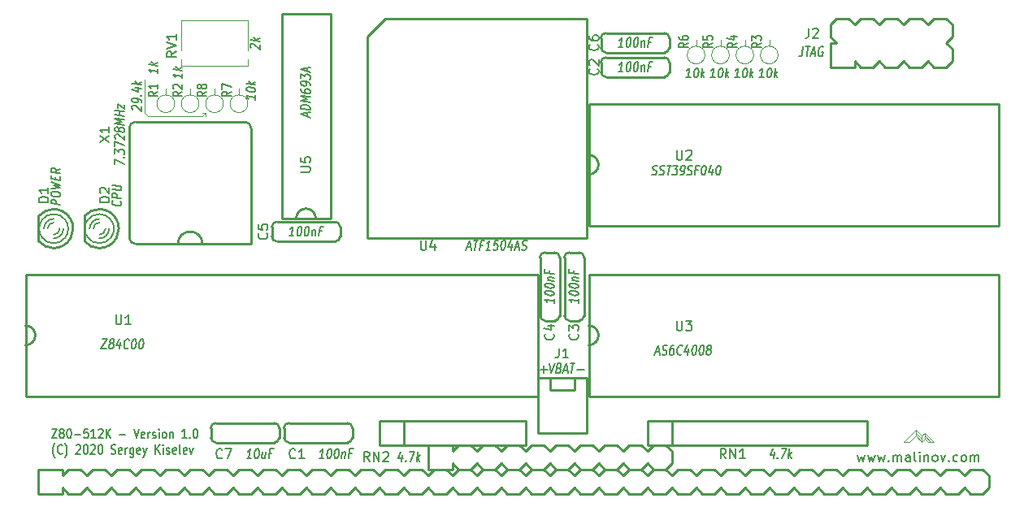
<source format=gbr>
G04 #@! TF.GenerationSoftware,KiCad,Pcbnew,(5.1.8)-1*
G04 #@! TF.CreationDate,2020-12-20T12:09:40-08:00*
G04 #@! TF.ProjectId,Z80_CPU_Memory,5a38305f-4350-4555-9f4d-656d6f72792e,rev?*
G04 #@! TF.SameCoordinates,Original*
G04 #@! TF.FileFunction,Legend,Top*
G04 #@! TF.FilePolarity,Positive*
%FSLAX46Y46*%
G04 Gerber Fmt 4.6, Leading zero omitted, Abs format (unit mm)*
G04 Created by KiCad (PCBNEW (5.1.8)-1) date 2020-12-20 12:09:40*
%MOMM*%
%LPD*%
G01*
G04 APERTURE LIST*
%ADD10C,0.150000*%
%ADD11C,0.120000*%
%ADD12C,0.254000*%
%ADD13C,0.152400*%
G04 APERTURE END LIST*
D10*
X181864047Y-115323928D02*
X182625952Y-115323928D01*
X178054047Y-115323928D02*
X178815952Y-115323928D01*
X178435000Y-115704880D02*
X178435000Y-114942976D01*
X127211785Y-121499880D02*
X127745119Y-121499880D01*
X127211785Y-122499880D01*
X127745119Y-122499880D01*
X128164166Y-121928452D02*
X128087976Y-121880833D01*
X128049880Y-121833214D01*
X128011785Y-121737976D01*
X128011785Y-121690357D01*
X128049880Y-121595119D01*
X128087976Y-121547500D01*
X128164166Y-121499880D01*
X128316547Y-121499880D01*
X128392738Y-121547500D01*
X128430833Y-121595119D01*
X128468928Y-121690357D01*
X128468928Y-121737976D01*
X128430833Y-121833214D01*
X128392738Y-121880833D01*
X128316547Y-121928452D01*
X128164166Y-121928452D01*
X128087976Y-121976071D01*
X128049880Y-122023690D01*
X128011785Y-122118928D01*
X128011785Y-122309404D01*
X128049880Y-122404642D01*
X128087976Y-122452261D01*
X128164166Y-122499880D01*
X128316547Y-122499880D01*
X128392738Y-122452261D01*
X128430833Y-122404642D01*
X128468928Y-122309404D01*
X128468928Y-122118928D01*
X128430833Y-122023690D01*
X128392738Y-121976071D01*
X128316547Y-121928452D01*
X128964166Y-121499880D02*
X129040357Y-121499880D01*
X129116547Y-121547500D01*
X129154642Y-121595119D01*
X129192738Y-121690357D01*
X129230833Y-121880833D01*
X129230833Y-122118928D01*
X129192738Y-122309404D01*
X129154642Y-122404642D01*
X129116547Y-122452261D01*
X129040357Y-122499880D01*
X128964166Y-122499880D01*
X128887976Y-122452261D01*
X128849880Y-122404642D01*
X128811785Y-122309404D01*
X128773690Y-122118928D01*
X128773690Y-121880833D01*
X128811785Y-121690357D01*
X128849880Y-121595119D01*
X128887976Y-121547500D01*
X128964166Y-121499880D01*
X129573690Y-122118928D02*
X130183214Y-122118928D01*
X130945119Y-121499880D02*
X130564166Y-121499880D01*
X130526071Y-121976071D01*
X130564166Y-121928452D01*
X130640357Y-121880833D01*
X130830833Y-121880833D01*
X130907023Y-121928452D01*
X130945119Y-121976071D01*
X130983214Y-122071309D01*
X130983214Y-122309404D01*
X130945119Y-122404642D01*
X130907023Y-122452261D01*
X130830833Y-122499880D01*
X130640357Y-122499880D01*
X130564166Y-122452261D01*
X130526071Y-122404642D01*
X131745119Y-122499880D02*
X131287976Y-122499880D01*
X131516547Y-122499880D02*
X131516547Y-121499880D01*
X131440357Y-121642738D01*
X131364166Y-121737976D01*
X131287976Y-121785595D01*
X132049880Y-121595119D02*
X132087976Y-121547500D01*
X132164166Y-121499880D01*
X132354642Y-121499880D01*
X132430833Y-121547500D01*
X132468928Y-121595119D01*
X132507023Y-121690357D01*
X132507023Y-121785595D01*
X132468928Y-121928452D01*
X132011785Y-122499880D01*
X132507023Y-122499880D01*
X132849880Y-122499880D02*
X132849880Y-121499880D01*
X133307023Y-122499880D02*
X132964166Y-121928452D01*
X133307023Y-121499880D02*
X132849880Y-122071309D01*
X134259404Y-122118928D02*
X134868928Y-122118928D01*
X135745119Y-121499880D02*
X136011785Y-122499880D01*
X136278452Y-121499880D01*
X136849880Y-122452261D02*
X136773690Y-122499880D01*
X136621309Y-122499880D01*
X136545119Y-122452261D01*
X136507023Y-122357023D01*
X136507023Y-121976071D01*
X136545119Y-121880833D01*
X136621309Y-121833214D01*
X136773690Y-121833214D01*
X136849880Y-121880833D01*
X136887976Y-121976071D01*
X136887976Y-122071309D01*
X136507023Y-122166547D01*
X137230833Y-122499880D02*
X137230833Y-121833214D01*
X137230833Y-122023690D02*
X137268928Y-121928452D01*
X137307023Y-121880833D01*
X137383214Y-121833214D01*
X137459404Y-121833214D01*
X137687976Y-122452261D02*
X137764166Y-122499880D01*
X137916547Y-122499880D01*
X137992738Y-122452261D01*
X138030833Y-122357023D01*
X138030833Y-122309404D01*
X137992738Y-122214166D01*
X137916547Y-122166547D01*
X137802261Y-122166547D01*
X137726071Y-122118928D01*
X137687976Y-122023690D01*
X137687976Y-121976071D01*
X137726071Y-121880833D01*
X137802261Y-121833214D01*
X137916547Y-121833214D01*
X137992738Y-121880833D01*
X138373690Y-122499880D02*
X138373690Y-121833214D01*
X138373690Y-121499880D02*
X138335595Y-121547500D01*
X138373690Y-121595119D01*
X138411785Y-121547500D01*
X138373690Y-121499880D01*
X138373690Y-121595119D01*
X138868928Y-122499880D02*
X138792738Y-122452261D01*
X138754642Y-122404642D01*
X138716547Y-122309404D01*
X138716547Y-122023690D01*
X138754642Y-121928452D01*
X138792738Y-121880833D01*
X138868928Y-121833214D01*
X138983214Y-121833214D01*
X139059404Y-121880833D01*
X139097500Y-121928452D01*
X139135595Y-122023690D01*
X139135595Y-122309404D01*
X139097500Y-122404642D01*
X139059404Y-122452261D01*
X138983214Y-122499880D01*
X138868928Y-122499880D01*
X139478452Y-121833214D02*
X139478452Y-122499880D01*
X139478452Y-121928452D02*
X139516547Y-121880833D01*
X139592738Y-121833214D01*
X139707023Y-121833214D01*
X139783214Y-121880833D01*
X139821309Y-121976071D01*
X139821309Y-122499880D01*
X141230833Y-122499880D02*
X140773690Y-122499880D01*
X141002261Y-122499880D02*
X141002261Y-121499880D01*
X140926071Y-121642738D01*
X140849880Y-121737976D01*
X140773690Y-121785595D01*
X141573690Y-122404642D02*
X141611785Y-122452261D01*
X141573690Y-122499880D01*
X141535595Y-122452261D01*
X141573690Y-122404642D01*
X141573690Y-122499880D01*
X142107023Y-121499880D02*
X142183214Y-121499880D01*
X142259404Y-121547500D01*
X142297500Y-121595119D01*
X142335595Y-121690357D01*
X142373690Y-121880833D01*
X142373690Y-122118928D01*
X142335595Y-122309404D01*
X142297500Y-122404642D01*
X142259404Y-122452261D01*
X142183214Y-122499880D01*
X142107023Y-122499880D01*
X142030833Y-122452261D01*
X141992738Y-122404642D01*
X141954642Y-122309404D01*
X141916547Y-122118928D01*
X141916547Y-121880833D01*
X141954642Y-121690357D01*
X141992738Y-121595119D01*
X142030833Y-121547500D01*
X142107023Y-121499880D01*
X127516547Y-124530833D02*
X127478452Y-124483214D01*
X127402261Y-124340357D01*
X127364166Y-124245119D01*
X127326071Y-124102261D01*
X127287976Y-123864166D01*
X127287976Y-123673690D01*
X127326071Y-123435595D01*
X127364166Y-123292738D01*
X127402261Y-123197500D01*
X127478452Y-123054642D01*
X127516547Y-123007023D01*
X128278452Y-124054642D02*
X128240357Y-124102261D01*
X128126071Y-124149880D01*
X128049880Y-124149880D01*
X127935595Y-124102261D01*
X127859404Y-124007023D01*
X127821309Y-123911785D01*
X127783214Y-123721309D01*
X127783214Y-123578452D01*
X127821309Y-123387976D01*
X127859404Y-123292738D01*
X127935595Y-123197500D01*
X128049880Y-123149880D01*
X128126071Y-123149880D01*
X128240357Y-123197500D01*
X128278452Y-123245119D01*
X128545119Y-124530833D02*
X128583214Y-124483214D01*
X128659404Y-124340357D01*
X128697500Y-124245119D01*
X128735595Y-124102261D01*
X128773690Y-123864166D01*
X128773690Y-123673690D01*
X128735595Y-123435595D01*
X128697500Y-123292738D01*
X128659404Y-123197500D01*
X128583214Y-123054642D01*
X128545119Y-123007023D01*
X129726071Y-123245119D02*
X129764166Y-123197500D01*
X129840357Y-123149880D01*
X130030833Y-123149880D01*
X130107023Y-123197500D01*
X130145119Y-123245119D01*
X130183214Y-123340357D01*
X130183214Y-123435595D01*
X130145119Y-123578452D01*
X129687976Y-124149880D01*
X130183214Y-124149880D01*
X130678452Y-123149880D02*
X130754642Y-123149880D01*
X130830833Y-123197500D01*
X130868928Y-123245119D01*
X130907023Y-123340357D01*
X130945119Y-123530833D01*
X130945119Y-123768928D01*
X130907023Y-123959404D01*
X130868928Y-124054642D01*
X130830833Y-124102261D01*
X130754642Y-124149880D01*
X130678452Y-124149880D01*
X130602261Y-124102261D01*
X130564166Y-124054642D01*
X130526071Y-123959404D01*
X130487976Y-123768928D01*
X130487976Y-123530833D01*
X130526071Y-123340357D01*
X130564166Y-123245119D01*
X130602261Y-123197500D01*
X130678452Y-123149880D01*
X131249880Y-123245119D02*
X131287976Y-123197500D01*
X131364166Y-123149880D01*
X131554642Y-123149880D01*
X131630833Y-123197500D01*
X131668928Y-123245119D01*
X131707023Y-123340357D01*
X131707023Y-123435595D01*
X131668928Y-123578452D01*
X131211785Y-124149880D01*
X131707023Y-124149880D01*
X132202261Y-123149880D02*
X132278452Y-123149880D01*
X132354642Y-123197500D01*
X132392738Y-123245119D01*
X132430833Y-123340357D01*
X132468928Y-123530833D01*
X132468928Y-123768928D01*
X132430833Y-123959404D01*
X132392738Y-124054642D01*
X132354642Y-124102261D01*
X132278452Y-124149880D01*
X132202261Y-124149880D01*
X132126071Y-124102261D01*
X132087976Y-124054642D01*
X132049880Y-123959404D01*
X132011785Y-123768928D01*
X132011785Y-123530833D01*
X132049880Y-123340357D01*
X132087976Y-123245119D01*
X132126071Y-123197500D01*
X132202261Y-123149880D01*
X133383214Y-124102261D02*
X133497500Y-124149880D01*
X133687976Y-124149880D01*
X133764166Y-124102261D01*
X133802261Y-124054642D01*
X133840357Y-123959404D01*
X133840357Y-123864166D01*
X133802261Y-123768928D01*
X133764166Y-123721309D01*
X133687976Y-123673690D01*
X133535595Y-123626071D01*
X133459404Y-123578452D01*
X133421309Y-123530833D01*
X133383214Y-123435595D01*
X133383214Y-123340357D01*
X133421309Y-123245119D01*
X133459404Y-123197500D01*
X133535595Y-123149880D01*
X133726071Y-123149880D01*
X133840357Y-123197500D01*
X134487976Y-124102261D02*
X134411785Y-124149880D01*
X134259404Y-124149880D01*
X134183214Y-124102261D01*
X134145119Y-124007023D01*
X134145119Y-123626071D01*
X134183214Y-123530833D01*
X134259404Y-123483214D01*
X134411785Y-123483214D01*
X134487976Y-123530833D01*
X134526071Y-123626071D01*
X134526071Y-123721309D01*
X134145119Y-123816547D01*
X134868928Y-124149880D02*
X134868928Y-123483214D01*
X134868928Y-123673690D02*
X134907023Y-123578452D01*
X134945119Y-123530833D01*
X135021309Y-123483214D01*
X135097500Y-123483214D01*
X135707023Y-123483214D02*
X135707023Y-124292738D01*
X135668928Y-124387976D01*
X135630833Y-124435595D01*
X135554642Y-124483214D01*
X135440357Y-124483214D01*
X135364166Y-124435595D01*
X135707023Y-124102261D02*
X135630833Y-124149880D01*
X135478452Y-124149880D01*
X135402261Y-124102261D01*
X135364166Y-124054642D01*
X135326071Y-123959404D01*
X135326071Y-123673690D01*
X135364166Y-123578452D01*
X135402261Y-123530833D01*
X135478452Y-123483214D01*
X135630833Y-123483214D01*
X135707023Y-123530833D01*
X136392738Y-124102261D02*
X136316547Y-124149880D01*
X136164166Y-124149880D01*
X136087976Y-124102261D01*
X136049880Y-124007023D01*
X136049880Y-123626071D01*
X136087976Y-123530833D01*
X136164166Y-123483214D01*
X136316547Y-123483214D01*
X136392738Y-123530833D01*
X136430833Y-123626071D01*
X136430833Y-123721309D01*
X136049880Y-123816547D01*
X136697500Y-123483214D02*
X136887976Y-124149880D01*
X137078452Y-123483214D02*
X136887976Y-124149880D01*
X136811785Y-124387976D01*
X136773690Y-124435595D01*
X136697500Y-124483214D01*
X137992738Y-124149880D02*
X137992738Y-123149880D01*
X138449880Y-124149880D02*
X138107023Y-123578452D01*
X138449880Y-123149880D02*
X137992738Y-123721309D01*
X138792738Y-124149880D02*
X138792738Y-123483214D01*
X138792738Y-123149880D02*
X138754642Y-123197500D01*
X138792738Y-123245119D01*
X138830833Y-123197500D01*
X138792738Y-123149880D01*
X138792738Y-123245119D01*
X139135595Y-124102261D02*
X139211785Y-124149880D01*
X139364166Y-124149880D01*
X139440357Y-124102261D01*
X139478452Y-124007023D01*
X139478452Y-123959404D01*
X139440357Y-123864166D01*
X139364166Y-123816547D01*
X139249880Y-123816547D01*
X139173690Y-123768928D01*
X139135595Y-123673690D01*
X139135595Y-123626071D01*
X139173690Y-123530833D01*
X139249880Y-123483214D01*
X139364166Y-123483214D01*
X139440357Y-123530833D01*
X140126071Y-124102261D02*
X140049880Y-124149880D01*
X139897500Y-124149880D01*
X139821309Y-124102261D01*
X139783214Y-124007023D01*
X139783214Y-123626071D01*
X139821309Y-123530833D01*
X139897500Y-123483214D01*
X140049880Y-123483214D01*
X140126071Y-123530833D01*
X140164166Y-123626071D01*
X140164166Y-123721309D01*
X139783214Y-123816547D01*
X140621309Y-124149880D02*
X140545119Y-124102261D01*
X140507023Y-124007023D01*
X140507023Y-123149880D01*
X141230833Y-124102261D02*
X141154642Y-124149880D01*
X141002261Y-124149880D01*
X140926071Y-124102261D01*
X140887976Y-124007023D01*
X140887976Y-123626071D01*
X140926071Y-123530833D01*
X141002261Y-123483214D01*
X141154642Y-123483214D01*
X141230833Y-123530833D01*
X141268928Y-123626071D01*
X141268928Y-123721309D01*
X140887976Y-123816547D01*
X141535595Y-123483214D02*
X141726071Y-124149880D01*
X141916547Y-123483214D01*
X211130357Y-124245714D02*
X211320833Y-124912380D01*
X211511309Y-124436190D01*
X211701785Y-124912380D01*
X211892261Y-124245714D01*
X212177976Y-124245714D02*
X212368452Y-124912380D01*
X212558928Y-124436190D01*
X212749404Y-124912380D01*
X212939880Y-124245714D01*
X213225595Y-124245714D02*
X213416071Y-124912380D01*
X213606547Y-124436190D01*
X213797023Y-124912380D01*
X213987500Y-124245714D01*
X214368452Y-124817142D02*
X214416071Y-124864761D01*
X214368452Y-124912380D01*
X214320833Y-124864761D01*
X214368452Y-124817142D01*
X214368452Y-124912380D01*
X214844642Y-124912380D02*
X214844642Y-124245714D01*
X214844642Y-124340952D02*
X214892261Y-124293333D01*
X214987500Y-124245714D01*
X215130357Y-124245714D01*
X215225595Y-124293333D01*
X215273214Y-124388571D01*
X215273214Y-124912380D01*
X215273214Y-124388571D02*
X215320833Y-124293333D01*
X215416071Y-124245714D01*
X215558928Y-124245714D01*
X215654166Y-124293333D01*
X215701785Y-124388571D01*
X215701785Y-124912380D01*
X216606547Y-124912380D02*
X216606547Y-124388571D01*
X216558928Y-124293333D01*
X216463690Y-124245714D01*
X216273214Y-124245714D01*
X216177976Y-124293333D01*
X216606547Y-124864761D02*
X216511309Y-124912380D01*
X216273214Y-124912380D01*
X216177976Y-124864761D01*
X216130357Y-124769523D01*
X216130357Y-124674285D01*
X216177976Y-124579047D01*
X216273214Y-124531428D01*
X216511309Y-124531428D01*
X216606547Y-124483809D01*
X217225595Y-124912380D02*
X217130357Y-124864761D01*
X217082738Y-124769523D01*
X217082738Y-123912380D01*
X217606547Y-124912380D02*
X217606547Y-124245714D01*
X217606547Y-123912380D02*
X217558928Y-123960000D01*
X217606547Y-124007619D01*
X217654166Y-123960000D01*
X217606547Y-123912380D01*
X217606547Y-124007619D01*
X218082738Y-124245714D02*
X218082738Y-124912380D01*
X218082738Y-124340952D02*
X218130357Y-124293333D01*
X218225595Y-124245714D01*
X218368452Y-124245714D01*
X218463690Y-124293333D01*
X218511309Y-124388571D01*
X218511309Y-124912380D01*
X219130357Y-124912380D02*
X219035119Y-124864761D01*
X218987500Y-124817142D01*
X218939880Y-124721904D01*
X218939880Y-124436190D01*
X218987500Y-124340952D01*
X219035119Y-124293333D01*
X219130357Y-124245714D01*
X219273214Y-124245714D01*
X219368452Y-124293333D01*
X219416071Y-124340952D01*
X219463690Y-124436190D01*
X219463690Y-124721904D01*
X219416071Y-124817142D01*
X219368452Y-124864761D01*
X219273214Y-124912380D01*
X219130357Y-124912380D01*
X219797023Y-124245714D02*
X220035119Y-124912380D01*
X220273214Y-124245714D01*
X220654166Y-124817142D02*
X220701785Y-124864761D01*
X220654166Y-124912380D01*
X220606547Y-124864761D01*
X220654166Y-124817142D01*
X220654166Y-124912380D01*
X221558928Y-124864761D02*
X221463690Y-124912380D01*
X221273214Y-124912380D01*
X221177976Y-124864761D01*
X221130357Y-124817142D01*
X221082738Y-124721904D01*
X221082738Y-124436190D01*
X221130357Y-124340952D01*
X221177976Y-124293333D01*
X221273214Y-124245714D01*
X221463690Y-124245714D01*
X221558928Y-124293333D01*
X222130357Y-124912380D02*
X222035119Y-124864761D01*
X221987500Y-124817142D01*
X221939880Y-124721904D01*
X221939880Y-124436190D01*
X221987500Y-124340952D01*
X222035119Y-124293333D01*
X222130357Y-124245714D01*
X222273214Y-124245714D01*
X222368452Y-124293333D01*
X222416071Y-124340952D01*
X222463690Y-124436190D01*
X222463690Y-124721904D01*
X222416071Y-124817142D01*
X222368452Y-124864761D01*
X222273214Y-124912380D01*
X222130357Y-124912380D01*
X222892261Y-124912380D02*
X222892261Y-124245714D01*
X222892261Y-124340952D02*
X222939880Y-124293333D01*
X223035119Y-124245714D01*
X223177976Y-124245714D01*
X223273214Y-124293333D01*
X223320833Y-124388571D01*
X223320833Y-124912380D01*
X223320833Y-124388571D02*
X223368452Y-124293333D01*
X223463690Y-124245714D01*
X223606547Y-124245714D01*
X223701785Y-124293333D01*
X223749404Y-124388571D01*
X223749404Y-124912380D01*
D11*
X218122500Y-122237500D02*
X218757500Y-122872500D01*
X218122500Y-121920000D02*
X218122500Y-122555000D01*
X217170000Y-121920000D02*
X217805000Y-122555000D01*
X217805000Y-122237500D02*
X217805000Y-122872500D01*
X217170000Y-121602500D02*
X217170000Y-122237500D01*
X216535000Y-122872500D02*
X215900000Y-122872500D01*
X217170000Y-122237500D02*
X216535000Y-122872500D01*
X217805000Y-122872500D02*
X217170000Y-122237500D01*
X218122500Y-122555000D02*
X217805000Y-122872500D01*
X218440000Y-122872500D02*
X218122500Y-122555000D01*
X219075000Y-122872500D02*
X218440000Y-122872500D01*
X218122500Y-121920000D02*
X219075000Y-122872500D01*
X217805000Y-122237500D02*
X218122500Y-121920000D01*
X217170000Y-121602500D02*
X217805000Y-122237500D01*
X215900000Y-122872500D02*
X217170000Y-121602500D01*
X137160000Y-88900000D02*
X142875000Y-88900000D01*
X136842500Y-88582500D02*
X137160000Y-88900000D01*
X136842500Y-85090000D02*
X136842500Y-88582500D01*
X142875000Y-88582500D02*
X143192500Y-88582500D01*
X143192500Y-88582500D02*
X143192500Y-88900000D01*
X142875000Y-88900000D02*
X143192500Y-88582500D01*
D12*
X124460000Y-118110000D02*
X124460000Y-105410000D01*
X177800000Y-118110000D02*
X124460000Y-118110000D01*
X177800000Y-105410000D02*
X177800000Y-118110000D01*
X124460000Y-105410000D02*
X177800000Y-105410000D01*
X124460000Y-112776000D02*
G75*
G03*
X125476000Y-111760000I0J1016000D01*
G01*
X125476000Y-111760000D02*
G75*
G03*
X124460000Y-110744000I-1016000J0D01*
G01*
X156210000Y-99568000D02*
X151130000Y-99568000D01*
X156210000Y-78232000D02*
X156210000Y-99568000D01*
X151130000Y-78232000D02*
X156210000Y-78232000D01*
X151130000Y-99568000D02*
X151130000Y-78232000D01*
X154686000Y-99568000D02*
G75*
G03*
X153670000Y-98552000I-1016000J0D01*
G01*
X153670000Y-98552000D02*
G75*
G03*
X152654000Y-99568000I0J-1016000D01*
G01*
X183134000Y-118110000D02*
X183134000Y-105410000D01*
X225806000Y-118110000D02*
X183134000Y-118110000D01*
X225806000Y-105410000D02*
X225806000Y-118110000D01*
X183134000Y-105410000D02*
X225806000Y-105410000D01*
X183134000Y-112776000D02*
G75*
G03*
X184150000Y-111760000I0J1016000D01*
G01*
X184150000Y-111760000D02*
G75*
G03*
X183134000Y-110744000I-1016000J0D01*
G01*
X135890000Y-102235000D02*
X147955000Y-102235000D01*
X147955000Y-90170000D02*
X147955000Y-102235000D01*
X147320000Y-89535000D02*
X135890000Y-89535000D01*
X135255000Y-101600000D02*
X135255000Y-90170000D01*
X142875000Y-102235000D02*
G75*
G03*
X140335000Y-102235000I-1270000J0D01*
G01*
X147955000Y-90170000D02*
G75*
G03*
X147320000Y-89535000I-635000J0D01*
G01*
X135890000Y-89535000D02*
G75*
G03*
X135255000Y-90170000I0J-635000D01*
G01*
X135255000Y-101600000D02*
G75*
G03*
X135890000Y-102235000I635000J0D01*
G01*
X168910000Y-123825000D02*
X168910000Y-123190000D01*
X168910000Y-125730000D02*
X168910000Y-125095000D01*
X191135000Y-125730000D02*
X191770000Y-125095000D01*
X189865000Y-125730000D02*
X191135000Y-125730000D01*
X189230000Y-125095000D02*
X189865000Y-125730000D01*
X189230000Y-125095000D02*
X188595000Y-125730000D01*
X188595000Y-125730000D02*
X187325000Y-125730000D01*
X187325000Y-125730000D02*
X186690000Y-125095000D01*
X189865000Y-123190000D02*
X191135000Y-123190000D01*
X191135000Y-123190000D02*
X191770000Y-123825000D01*
X189230000Y-123825000D02*
X189865000Y-123190000D01*
X186690000Y-123825000D02*
X187325000Y-123190000D01*
X187325000Y-123190000D02*
X188595000Y-123190000D01*
X188595000Y-123190000D02*
X189230000Y-123825000D01*
X182245000Y-125730000D02*
X181610000Y-125095000D01*
X183515000Y-125730000D02*
X182245000Y-125730000D01*
X184150000Y-125095000D02*
X183515000Y-125730000D01*
X184150000Y-125095000D02*
X184785000Y-125730000D01*
X184785000Y-125730000D02*
X186055000Y-125730000D01*
X186055000Y-125730000D02*
X186690000Y-125095000D01*
X183515000Y-123190000D02*
X184150000Y-123825000D01*
X182245000Y-123190000D02*
X183515000Y-123190000D01*
X181610000Y-123825000D02*
X182245000Y-123190000D01*
X184150000Y-123825000D02*
X184785000Y-123190000D01*
X186055000Y-123190000D02*
X186690000Y-123825000D01*
X184785000Y-123190000D02*
X186055000Y-123190000D01*
X180975000Y-125730000D02*
X181610000Y-125095000D01*
X179705000Y-125730000D02*
X180975000Y-125730000D01*
X179070000Y-125095000D02*
X179705000Y-125730000D01*
X179705000Y-123190000D02*
X180975000Y-123190000D01*
X180975000Y-123190000D02*
X181610000Y-123825000D01*
X179070000Y-123825000D02*
X179705000Y-123190000D01*
X176530000Y-123825000D02*
X177165000Y-123190000D01*
X177165000Y-123190000D02*
X178435000Y-123190000D01*
X178435000Y-123190000D02*
X179070000Y-123825000D01*
X191770000Y-123825000D02*
X191770000Y-125095000D01*
X179070000Y-125095000D02*
X178435000Y-125730000D01*
X178435000Y-125730000D02*
X177165000Y-125730000D01*
X177165000Y-125730000D02*
X176530000Y-125095000D01*
X166370000Y-125730000D02*
X166370000Y-123190000D01*
X166370000Y-123190000D02*
X168910000Y-123190000D01*
X168910000Y-123825000D02*
X169545000Y-123190000D01*
X169545000Y-123190000D02*
X170815000Y-123190000D01*
X170815000Y-123190000D02*
X171450000Y-123825000D01*
X171450000Y-123825000D02*
X172085000Y-123190000D01*
X172085000Y-123190000D02*
X173355000Y-123190000D01*
X173355000Y-123190000D02*
X173990000Y-123825000D01*
X173990000Y-123825000D02*
X174625000Y-123190000D01*
X174625000Y-123190000D02*
X175895000Y-123190000D01*
X175895000Y-123190000D02*
X176530000Y-123825000D01*
X176530000Y-125095000D02*
X175895000Y-125730000D01*
X175895000Y-125730000D02*
X174625000Y-125730000D01*
X174625000Y-125730000D02*
X173990000Y-125095000D01*
X173990000Y-125095000D02*
X173355000Y-125730000D01*
X173355000Y-125730000D02*
X172085000Y-125730000D01*
X172085000Y-125730000D02*
X171450000Y-125095000D01*
X171450000Y-125095000D02*
X170815000Y-125730000D01*
X170815000Y-125730000D02*
X169545000Y-125730000D01*
X169545000Y-125730000D02*
X168910000Y-125095000D01*
X168910000Y-125730000D02*
X166370000Y-125730000D01*
X210820000Y-83820000D02*
X210820000Y-83185000D01*
X208280000Y-81280000D02*
X208915000Y-81280000D01*
X218440000Y-83185000D02*
X217805000Y-83820000D01*
X217805000Y-83820000D02*
X216535000Y-83820000D01*
X216535000Y-83820000D02*
X215900000Y-83185000D01*
X215900000Y-83185000D02*
X215265000Y-83820000D01*
X215265000Y-83820000D02*
X213995000Y-83820000D01*
X213995000Y-83820000D02*
X213360000Y-83185000D01*
X213360000Y-83185000D02*
X212725000Y-83820000D01*
X212725000Y-83820000D02*
X211455000Y-83820000D01*
X211455000Y-83820000D02*
X210820000Y-83185000D01*
X220345000Y-83820000D02*
X219075000Y-83820000D01*
X219075000Y-83820000D02*
X218440000Y-83185000D01*
X220345000Y-78740000D02*
X220980000Y-79375000D01*
X220980000Y-79375000D02*
X220980000Y-80645000D01*
X220980000Y-80645000D02*
X220345000Y-81280000D01*
X220345000Y-81280000D02*
X220980000Y-81915000D01*
X220980000Y-81915000D02*
X220980000Y-83185000D01*
X220980000Y-83185000D02*
X220345000Y-83820000D01*
X208915000Y-81280000D02*
X208280000Y-80645000D01*
X208280000Y-80645000D02*
X208280000Y-79375000D01*
X208280000Y-79375000D02*
X208915000Y-78740000D01*
X208915000Y-78740000D02*
X210185000Y-78740000D01*
X210185000Y-78740000D02*
X210820000Y-79375000D01*
X210820000Y-79375000D02*
X211455000Y-78740000D01*
X211455000Y-78740000D02*
X212725000Y-78740000D01*
X212725000Y-78740000D02*
X213360000Y-79375000D01*
X213360000Y-79375000D02*
X213995000Y-78740000D01*
X213995000Y-78740000D02*
X215265000Y-78740000D01*
X215265000Y-78740000D02*
X215900000Y-79375000D01*
X215900000Y-79375000D02*
X216535000Y-78740000D01*
X216535000Y-78740000D02*
X217805000Y-78740000D01*
X217805000Y-78740000D02*
X218440000Y-79375000D01*
X218440000Y-79375000D02*
X219075000Y-78740000D01*
X219075000Y-78740000D02*
X220345000Y-78740000D01*
X210820000Y-83820000D02*
X208280000Y-83820000D01*
X208280000Y-83820000D02*
X208280000Y-81280000D01*
X128270000Y-128270000D02*
X125730000Y-128270000D01*
X128905000Y-128270000D02*
X128270000Y-127635000D01*
X130175000Y-128270000D02*
X128905000Y-128270000D01*
X130810000Y-127635000D02*
X130175000Y-128270000D01*
X131445000Y-128270000D02*
X130810000Y-127635000D01*
X132715000Y-128270000D02*
X131445000Y-128270000D01*
X133350000Y-127635000D02*
X132715000Y-128270000D01*
X133985000Y-128270000D02*
X133350000Y-127635000D01*
X135255000Y-128270000D02*
X133985000Y-128270000D01*
X135890000Y-127635000D02*
X135255000Y-128270000D01*
X135255000Y-125730000D02*
X135890000Y-126365000D01*
X133985000Y-125730000D02*
X135255000Y-125730000D01*
X133350000Y-126365000D02*
X133985000Y-125730000D01*
X132715000Y-125730000D02*
X133350000Y-126365000D01*
X131445000Y-125730000D02*
X132715000Y-125730000D01*
X130810000Y-126365000D02*
X131445000Y-125730000D01*
X130175000Y-125730000D02*
X130810000Y-126365000D01*
X128905000Y-125730000D02*
X130175000Y-125730000D01*
X128270000Y-126365000D02*
X128905000Y-125730000D01*
X125730000Y-125730000D02*
X128270000Y-125730000D01*
X125730000Y-128270000D02*
X125730000Y-125730000D01*
X136525000Y-128270000D02*
X135890000Y-127635000D01*
X137795000Y-128270000D02*
X136525000Y-128270000D01*
X138430000Y-127635000D02*
X137795000Y-128270000D01*
X224790000Y-126365000D02*
X224790000Y-127635000D01*
X137795000Y-125730000D02*
X138430000Y-126365000D01*
X136525000Y-125730000D02*
X137795000Y-125730000D01*
X135890000Y-126365000D02*
X136525000Y-125730000D01*
X138430000Y-126365000D02*
X139065000Y-125730000D01*
X140335000Y-125730000D02*
X140970000Y-126365000D01*
X139065000Y-125730000D02*
X140335000Y-125730000D01*
X138430000Y-127635000D02*
X139065000Y-128270000D01*
X139065000Y-128270000D02*
X140335000Y-128270000D01*
X140335000Y-128270000D02*
X140970000Y-127635000D01*
X140970000Y-126365000D02*
X141605000Y-125730000D01*
X141605000Y-125730000D02*
X142875000Y-125730000D01*
X142875000Y-125730000D02*
X143510000Y-126365000D01*
X143510000Y-127635000D02*
X142875000Y-128270000D01*
X142875000Y-128270000D02*
X141605000Y-128270000D01*
X141605000Y-128270000D02*
X140970000Y-127635000D01*
X222250000Y-126365000D02*
X222885000Y-125730000D01*
X224155000Y-125730000D02*
X224790000Y-126365000D01*
X222885000Y-125730000D02*
X224155000Y-125730000D01*
X222250000Y-127635000D02*
X222885000Y-128270000D01*
X222885000Y-128270000D02*
X224155000Y-128270000D01*
X224155000Y-128270000D02*
X224790000Y-127635000D01*
X148590000Y-127635000D02*
X147955000Y-128270000D01*
X147955000Y-128270000D02*
X146685000Y-128270000D01*
X146685000Y-128270000D02*
X146050000Y-127635000D01*
X146050000Y-126365000D02*
X146685000Y-125730000D01*
X146685000Y-125730000D02*
X147955000Y-125730000D01*
X147955000Y-125730000D02*
X148590000Y-126365000D01*
X143510000Y-127635000D02*
X144145000Y-128270000D01*
X144145000Y-128270000D02*
X145415000Y-128270000D01*
X145415000Y-128270000D02*
X146050000Y-127635000D01*
X143510000Y-126365000D02*
X144145000Y-125730000D01*
X145415000Y-125730000D02*
X146050000Y-126365000D01*
X144145000Y-125730000D02*
X145415000Y-125730000D01*
X153670000Y-127635000D02*
X153035000Y-128270000D01*
X153035000Y-128270000D02*
X151765000Y-128270000D01*
X151765000Y-128270000D02*
X151130000Y-127635000D01*
X151130000Y-126365000D02*
X151765000Y-125730000D01*
X151765000Y-125730000D02*
X153035000Y-125730000D01*
X153035000Y-125730000D02*
X153670000Y-126365000D01*
X148590000Y-127635000D02*
X149225000Y-128270000D01*
X149225000Y-128270000D02*
X150495000Y-128270000D01*
X150495000Y-128270000D02*
X151130000Y-127635000D01*
X148590000Y-126365000D02*
X149225000Y-125730000D01*
X150495000Y-125730000D02*
X151130000Y-126365000D01*
X149225000Y-125730000D02*
X150495000Y-125730000D01*
X158750000Y-127635000D02*
X158115000Y-128270000D01*
X158115000Y-128270000D02*
X156845000Y-128270000D01*
X156845000Y-128270000D02*
X156210000Y-127635000D01*
X156210000Y-126365000D02*
X156845000Y-125730000D01*
X156845000Y-125730000D02*
X158115000Y-125730000D01*
X158115000Y-125730000D02*
X158750000Y-126365000D01*
X153670000Y-127635000D02*
X154305000Y-128270000D01*
X154305000Y-128270000D02*
X155575000Y-128270000D01*
X155575000Y-128270000D02*
X156210000Y-127635000D01*
X153670000Y-126365000D02*
X154305000Y-125730000D01*
X155575000Y-125730000D02*
X156210000Y-126365000D01*
X154305000Y-125730000D02*
X155575000Y-125730000D01*
X163830000Y-127635000D02*
X163195000Y-128270000D01*
X163195000Y-128270000D02*
X161925000Y-128270000D01*
X161925000Y-128270000D02*
X161290000Y-127635000D01*
X161290000Y-126365000D02*
X161925000Y-125730000D01*
X161925000Y-125730000D02*
X163195000Y-125730000D01*
X163195000Y-125730000D02*
X163830000Y-126365000D01*
X158750000Y-127635000D02*
X159385000Y-128270000D01*
X159385000Y-128270000D02*
X160655000Y-128270000D01*
X160655000Y-128270000D02*
X161290000Y-127635000D01*
X158750000Y-126365000D02*
X159385000Y-125730000D01*
X160655000Y-125730000D02*
X161290000Y-126365000D01*
X159385000Y-125730000D02*
X160655000Y-125730000D01*
X168910000Y-127635000D02*
X168275000Y-128270000D01*
X168275000Y-128270000D02*
X167005000Y-128270000D01*
X167005000Y-128270000D02*
X166370000Y-127635000D01*
X166370000Y-126365000D02*
X167005000Y-125730000D01*
X167005000Y-125730000D02*
X168275000Y-125730000D01*
X168275000Y-125730000D02*
X168910000Y-126365000D01*
X163830000Y-127635000D02*
X164465000Y-128270000D01*
X164465000Y-128270000D02*
X165735000Y-128270000D01*
X165735000Y-128270000D02*
X166370000Y-127635000D01*
X163830000Y-126365000D02*
X164465000Y-125730000D01*
X165735000Y-125730000D02*
X166370000Y-126365000D01*
X164465000Y-125730000D02*
X165735000Y-125730000D01*
X173990000Y-127635000D02*
X173355000Y-128270000D01*
X173355000Y-128270000D02*
X172085000Y-128270000D01*
X172085000Y-128270000D02*
X171450000Y-127635000D01*
X171450000Y-126365000D02*
X172085000Y-125730000D01*
X172085000Y-125730000D02*
X173355000Y-125730000D01*
X173355000Y-125730000D02*
X173990000Y-126365000D01*
X168910000Y-127635000D02*
X169545000Y-128270000D01*
X169545000Y-128270000D02*
X170815000Y-128270000D01*
X170815000Y-128270000D02*
X171450000Y-127635000D01*
X168910000Y-126365000D02*
X169545000Y-125730000D01*
X170815000Y-125730000D02*
X171450000Y-126365000D01*
X169545000Y-125730000D02*
X170815000Y-125730000D01*
X179070000Y-127635000D02*
X178435000Y-128270000D01*
X178435000Y-128270000D02*
X177165000Y-128270000D01*
X177165000Y-128270000D02*
X176530000Y-127635000D01*
X176530000Y-126365000D02*
X177165000Y-125730000D01*
X177165000Y-125730000D02*
X178435000Y-125730000D01*
X178435000Y-125730000D02*
X179070000Y-126365000D01*
X173990000Y-127635000D02*
X174625000Y-128270000D01*
X174625000Y-128270000D02*
X175895000Y-128270000D01*
X175895000Y-128270000D02*
X176530000Y-127635000D01*
X173990000Y-126365000D02*
X174625000Y-125730000D01*
X175895000Y-125730000D02*
X176530000Y-126365000D01*
X174625000Y-125730000D02*
X175895000Y-125730000D01*
X184150000Y-127635000D02*
X183515000Y-128270000D01*
X183515000Y-128270000D02*
X182245000Y-128270000D01*
X182245000Y-128270000D02*
X181610000Y-127635000D01*
X181610000Y-126365000D02*
X182245000Y-125730000D01*
X182245000Y-125730000D02*
X183515000Y-125730000D01*
X183515000Y-125730000D02*
X184150000Y-126365000D01*
X179070000Y-127635000D02*
X179705000Y-128270000D01*
X179705000Y-128270000D02*
X180975000Y-128270000D01*
X180975000Y-128270000D02*
X181610000Y-127635000D01*
X179070000Y-126365000D02*
X179705000Y-125730000D01*
X180975000Y-125730000D02*
X181610000Y-126365000D01*
X179705000Y-125730000D02*
X180975000Y-125730000D01*
X189230000Y-127635000D02*
X188595000Y-128270000D01*
X188595000Y-128270000D02*
X187325000Y-128270000D01*
X187325000Y-128270000D02*
X186690000Y-127635000D01*
X186690000Y-126365000D02*
X187325000Y-125730000D01*
X187325000Y-125730000D02*
X188595000Y-125730000D01*
X188595000Y-125730000D02*
X189230000Y-126365000D01*
X184150000Y-127635000D02*
X184785000Y-128270000D01*
X184785000Y-128270000D02*
X186055000Y-128270000D01*
X186055000Y-128270000D02*
X186690000Y-127635000D01*
X184150000Y-126365000D02*
X184785000Y-125730000D01*
X186055000Y-125730000D02*
X186690000Y-126365000D01*
X184785000Y-125730000D02*
X186055000Y-125730000D01*
X194310000Y-127635000D02*
X193675000Y-128270000D01*
X193675000Y-128270000D02*
X192405000Y-128270000D01*
X192405000Y-128270000D02*
X191770000Y-127635000D01*
X191770000Y-126365000D02*
X192405000Y-125730000D01*
X192405000Y-125730000D02*
X193675000Y-125730000D01*
X193675000Y-125730000D02*
X194310000Y-126365000D01*
X189230000Y-127635000D02*
X189865000Y-128270000D01*
X189865000Y-128270000D02*
X191135000Y-128270000D01*
X191135000Y-128270000D02*
X191770000Y-127635000D01*
X189230000Y-126365000D02*
X189865000Y-125730000D01*
X191135000Y-125730000D02*
X191770000Y-126365000D01*
X189865000Y-125730000D02*
X191135000Y-125730000D01*
X199390000Y-127635000D02*
X198755000Y-128270000D01*
X198755000Y-128270000D02*
X197485000Y-128270000D01*
X197485000Y-128270000D02*
X196850000Y-127635000D01*
X196850000Y-126365000D02*
X197485000Y-125730000D01*
X197485000Y-125730000D02*
X198755000Y-125730000D01*
X198755000Y-125730000D02*
X199390000Y-126365000D01*
X194310000Y-127635000D02*
X194945000Y-128270000D01*
X194945000Y-128270000D02*
X196215000Y-128270000D01*
X196215000Y-128270000D02*
X196850000Y-127635000D01*
X194310000Y-126365000D02*
X194945000Y-125730000D01*
X196215000Y-125730000D02*
X196850000Y-126365000D01*
X194945000Y-125730000D02*
X196215000Y-125730000D01*
X204470000Y-127635000D02*
X203835000Y-128270000D01*
X203835000Y-128270000D02*
X202565000Y-128270000D01*
X202565000Y-128270000D02*
X201930000Y-127635000D01*
X201930000Y-126365000D02*
X202565000Y-125730000D01*
X202565000Y-125730000D02*
X203835000Y-125730000D01*
X203835000Y-125730000D02*
X204470000Y-126365000D01*
X199390000Y-127635000D02*
X200025000Y-128270000D01*
X200025000Y-128270000D02*
X201295000Y-128270000D01*
X201295000Y-128270000D02*
X201930000Y-127635000D01*
X199390000Y-126365000D02*
X200025000Y-125730000D01*
X201295000Y-125730000D02*
X201930000Y-126365000D01*
X200025000Y-125730000D02*
X201295000Y-125730000D01*
X209550000Y-127635000D02*
X208915000Y-128270000D01*
X208915000Y-128270000D02*
X207645000Y-128270000D01*
X207645000Y-128270000D02*
X207010000Y-127635000D01*
X207010000Y-126365000D02*
X207645000Y-125730000D01*
X207645000Y-125730000D02*
X208915000Y-125730000D01*
X208915000Y-125730000D02*
X209550000Y-126365000D01*
X204470000Y-127635000D02*
X205105000Y-128270000D01*
X205105000Y-128270000D02*
X206375000Y-128270000D01*
X206375000Y-128270000D02*
X207010000Y-127635000D01*
X204470000Y-126365000D02*
X205105000Y-125730000D01*
X206375000Y-125730000D02*
X207010000Y-126365000D01*
X205105000Y-125730000D02*
X206375000Y-125730000D01*
X214630000Y-127635000D02*
X213995000Y-128270000D01*
X213995000Y-128270000D02*
X212725000Y-128270000D01*
X212725000Y-128270000D02*
X212090000Y-127635000D01*
X212090000Y-126365000D02*
X212725000Y-125730000D01*
X212725000Y-125730000D02*
X213995000Y-125730000D01*
X213995000Y-125730000D02*
X214630000Y-126365000D01*
X209550000Y-127635000D02*
X210185000Y-128270000D01*
X210185000Y-128270000D02*
X211455000Y-128270000D01*
X211455000Y-128270000D02*
X212090000Y-127635000D01*
X209550000Y-126365000D02*
X210185000Y-125730000D01*
X211455000Y-125730000D02*
X212090000Y-126365000D01*
X210185000Y-125730000D02*
X211455000Y-125730000D01*
X219710000Y-127635000D02*
X219075000Y-128270000D01*
X219075000Y-128270000D02*
X217805000Y-128270000D01*
X217805000Y-128270000D02*
X217170000Y-127635000D01*
X217170000Y-126365000D02*
X217805000Y-125730000D01*
X217805000Y-125730000D02*
X219075000Y-125730000D01*
X219075000Y-125730000D02*
X219710000Y-126365000D01*
X214630000Y-127635000D02*
X215265000Y-128270000D01*
X215265000Y-128270000D02*
X216535000Y-128270000D01*
X216535000Y-128270000D02*
X217170000Y-127635000D01*
X214630000Y-126365000D02*
X215265000Y-125730000D01*
X216535000Y-125730000D02*
X217170000Y-126365000D01*
X215265000Y-125730000D02*
X216535000Y-125730000D01*
X219710000Y-127635000D02*
X220345000Y-128270000D01*
X220345000Y-128270000D02*
X221615000Y-128270000D01*
X221615000Y-128270000D02*
X222250000Y-127635000D01*
X219710000Y-126365000D02*
X220345000Y-125730000D01*
X221615000Y-125730000D02*
X222250000Y-126365000D01*
X220345000Y-125730000D02*
X221615000Y-125730000D01*
X128270000Y-128270000D02*
X128270000Y-127635000D01*
X128270000Y-126365000D02*
X128270000Y-125730000D01*
X151384000Y-122428000D02*
X151384000Y-121412000D01*
X151892000Y-120904000D02*
X157988000Y-120904000D01*
X151892000Y-122936000D02*
X157988000Y-122936000D01*
X158496000Y-122428000D02*
X158496000Y-121412000D01*
X157988000Y-122936000D02*
G75*
G03*
X158496000Y-122428000I0J508000D01*
G01*
X158496000Y-121412000D02*
G75*
G03*
X157988000Y-120904000I-508000J0D01*
G01*
X151384000Y-122428000D02*
G75*
G03*
X151892000Y-122936000I508000J0D01*
G01*
X151892000Y-120904000D02*
G75*
G03*
X151384000Y-121412000I0J-508000D01*
G01*
X184912000Y-82804000D02*
G75*
G03*
X184404000Y-83312000I0J-508000D01*
G01*
X184404000Y-84328000D02*
G75*
G03*
X184912000Y-84836000I508000J0D01*
G01*
X191516000Y-83312000D02*
G75*
G03*
X191008000Y-82804000I-508000J0D01*
G01*
X191008000Y-84836000D02*
G75*
G03*
X191516000Y-84328000I0J508000D01*
G01*
X191516000Y-84328000D02*
X191516000Y-83312000D01*
X184912000Y-84836000D02*
X191008000Y-84836000D01*
X184912000Y-82804000D02*
X191008000Y-82804000D01*
X184404000Y-84328000D02*
X184404000Y-83312000D01*
X180594000Y-109728000D02*
G75*
G03*
X181102000Y-110236000I508000J0D01*
G01*
X182118000Y-110236000D02*
G75*
G03*
X182626000Y-109728000I0J508000D01*
G01*
X181102000Y-103124000D02*
G75*
G03*
X180594000Y-103632000I0J-508000D01*
G01*
X182626000Y-103632000D02*
G75*
G03*
X182118000Y-103124000I-508000J0D01*
G01*
X182118000Y-103124000D02*
X181102000Y-103124000D01*
X182626000Y-109728000D02*
X182626000Y-103632000D01*
X180594000Y-109728000D02*
X180594000Y-103632000D01*
X182118000Y-110236000D02*
X181102000Y-110236000D01*
X180086000Y-103632000D02*
G75*
G03*
X179578000Y-103124000I-508000J0D01*
G01*
X178562000Y-103124000D02*
G75*
G03*
X178054000Y-103632000I0J-508000D01*
G01*
X179578000Y-110236000D02*
G75*
G03*
X180086000Y-109728000I0J508000D01*
G01*
X178054000Y-109728000D02*
G75*
G03*
X178562000Y-110236000I508000J0D01*
G01*
X178562000Y-110236000D02*
X179578000Y-110236000D01*
X178054000Y-103632000D02*
X178054000Y-109728000D01*
X180086000Y-103632000D02*
X180086000Y-109728000D01*
X178562000Y-103124000D02*
X179578000Y-103124000D01*
X157226000Y-100457000D02*
X157226000Y-101473000D01*
X156718000Y-101981000D02*
X150622000Y-101981000D01*
X156718000Y-99949000D02*
X150622000Y-99949000D01*
X150114000Y-100457000D02*
X150114000Y-101473000D01*
X150622000Y-99949000D02*
G75*
G03*
X150114000Y-100457000I0J-508000D01*
G01*
X150114000Y-101473000D02*
G75*
G03*
X150622000Y-101981000I508000J0D01*
G01*
X157226000Y-100457000D02*
G75*
G03*
X156718000Y-99949000I-508000J0D01*
G01*
X156718000Y-101981000D02*
G75*
G03*
X157226000Y-101473000I0J508000D01*
G01*
X184404000Y-81788000D02*
X184404000Y-80772000D01*
X184912000Y-80264000D02*
X191008000Y-80264000D01*
X184912000Y-82296000D02*
X191008000Y-82296000D01*
X191516000Y-81788000D02*
X191516000Y-80772000D01*
X191008000Y-82296000D02*
G75*
G03*
X191516000Y-81788000I0J508000D01*
G01*
X191516000Y-80772000D02*
G75*
G03*
X191008000Y-80264000I-508000J0D01*
G01*
X184404000Y-81788000D02*
G75*
G03*
X184912000Y-82296000I508000J0D01*
G01*
X184912000Y-80264000D02*
G75*
G03*
X184404000Y-80772000I0J-508000D01*
G01*
X150876000Y-121412000D02*
X150876000Y-122428000D01*
X150368000Y-122936000D02*
X144272000Y-122936000D01*
X150368000Y-120904000D02*
X144272000Y-120904000D01*
X143764000Y-121412000D02*
X143764000Y-122428000D01*
X144272000Y-120904000D02*
G75*
G03*
X143764000Y-121412000I0J-508000D01*
G01*
X143764000Y-122428000D02*
G75*
G03*
X144272000Y-122936000I508000J0D01*
G01*
X150876000Y-121412000D02*
G75*
G03*
X150368000Y-120904000I-508000J0D01*
G01*
X150368000Y-122936000D02*
G75*
G03*
X150876000Y-122428000I0J508000D01*
G01*
X125806200Y-99377500D02*
X125806200Y-101917500D01*
D13*
X128551864Y-101623027D02*
G75*
G03*
X128905000Y-100647500I-1170864J975527D01*
G01*
X128903111Y-100647031D02*
G75*
G03*
X128518920Y-99636580I-1522111J-469D01*
G01*
X125858853Y-100647534D02*
G75*
G03*
X126225300Y-101638100I1522147J34D01*
G01*
X126210136Y-99671973D02*
G75*
G03*
X125857000Y-100647500I1170864J-975527D01*
G01*
X126141834Y-101534655D02*
G75*
G03*
X127381000Y-102171500I1239166J887155D01*
G01*
X127381801Y-102171500D02*
G75*
G03*
X128600200Y-101561900I-801J1524000D01*
G01*
X127380558Y-99125294D02*
G75*
G03*
X126179580Y-99712780I442J-1522206D01*
G01*
X128583564Y-99711329D02*
G75*
G03*
X127381000Y-99123500I-1202564J-936171D01*
G01*
X127381000Y-101282500D02*
G75*
G03*
X128016000Y-100647500I0J635000D01*
G01*
X127381000Y-101663500D02*
G75*
G03*
X128397000Y-100647500I0J1016000D01*
G01*
X127381000Y-100012500D02*
G75*
G03*
X126746000Y-100647500I0J-635000D01*
G01*
X127381000Y-99631500D02*
G75*
G03*
X126365000Y-100647500I0J-1016000D01*
G01*
D12*
X125822120Y-101950926D02*
G75*
G03*
X127381000Y-102679500I1558880J1303426D01*
G01*
X127381975Y-102676960D02*
G75*
G03*
X129171700Y-101602540I-975J2029460D01*
G01*
X127378448Y-98618114D02*
G75*
G03*
X125831600Y-99336860I2552J-2029386D01*
G01*
X129144299Y-99637649D02*
G75*
G03*
X127381000Y-98615500I-1763299J-1009851D01*
G01*
X129170130Y-101610847D02*
G75*
G03*
X129413000Y-100647500I-1789130J963347D01*
G01*
X129411923Y-100647400D02*
G75*
G03*
X129110740Y-99583240I-2030923J-100D01*
G01*
X134174423Y-100647400D02*
G75*
G03*
X133873240Y-99583240I-2030923J-100D01*
G01*
X133932630Y-101610847D02*
G75*
G03*
X134175500Y-100647500I-1789130J963347D01*
G01*
X133906799Y-99637649D02*
G75*
G03*
X132143500Y-98615500I-1763299J-1009851D01*
G01*
X132140948Y-98618114D02*
G75*
G03*
X130594100Y-99336860I2552J-2029386D01*
G01*
X132144475Y-102676960D02*
G75*
G03*
X133934200Y-101602540I-975J2029460D01*
G01*
X130584620Y-101950926D02*
G75*
G03*
X132143500Y-102679500I1558880J1303426D01*
G01*
D13*
X132143500Y-99631500D02*
G75*
G03*
X131127500Y-100647500I0J-1016000D01*
G01*
X132143500Y-100012500D02*
G75*
G03*
X131508500Y-100647500I0J-635000D01*
G01*
X132143500Y-101663500D02*
G75*
G03*
X133159500Y-100647500I0J1016000D01*
G01*
X132143500Y-101282500D02*
G75*
G03*
X132778500Y-100647500I0J635000D01*
G01*
X133346064Y-99711329D02*
G75*
G03*
X132143500Y-99123500I-1202564J-936171D01*
G01*
X132143058Y-99125294D02*
G75*
G03*
X130942080Y-99712780I442J-1522206D01*
G01*
X132144301Y-102171500D02*
G75*
G03*
X133362700Y-101561900I-801J1524000D01*
G01*
X130904334Y-101534655D02*
G75*
G03*
X132143500Y-102171500I1239166J887155D01*
G01*
X130972636Y-99671973D02*
G75*
G03*
X130619500Y-100647500I1170864J-975527D01*
G01*
X130621353Y-100647534D02*
G75*
G03*
X130987800Y-101638100I1522147J34D01*
G01*
X133665611Y-100647031D02*
G75*
G03*
X133281420Y-99636580I-1522111J-469D01*
G01*
X133314364Y-101623027D02*
G75*
G03*
X133667500Y-100647500I-1170864J975527D01*
G01*
D12*
X130568700Y-99377500D02*
X130568700Y-101917500D01*
X191770000Y-123190000D02*
X191770000Y-120650000D01*
X212090000Y-123190000D02*
X189230000Y-123190000D01*
X212090000Y-120650000D02*
X212090000Y-123190000D01*
X189230000Y-120650000D02*
X212090000Y-120650000D01*
X189230000Y-123190000D02*
X189230000Y-120650000D01*
X163830000Y-123190000D02*
X163830000Y-120650000D01*
X176530000Y-123190000D02*
X161290000Y-123190000D01*
X176530000Y-120650000D02*
X176530000Y-123190000D01*
X161290000Y-120650000D02*
X176530000Y-120650000D01*
X161290000Y-123190000D02*
X161290000Y-120650000D01*
X184150000Y-93980000D02*
G75*
G03*
X183134000Y-92964000I-1016000J0D01*
G01*
X183134000Y-94996000D02*
G75*
G03*
X184150000Y-93980000I0J1016000D01*
G01*
X183134000Y-87630000D02*
X225806000Y-87630000D01*
X225806000Y-87630000D02*
X225806000Y-100330000D01*
X225806000Y-100330000D02*
X183134000Y-100330000D01*
X183134000Y-100330000D02*
X183134000Y-87630000D01*
X182880000Y-101600000D02*
X160020000Y-101600000D01*
X182880000Y-78740000D02*
X182880000Y-101600000D01*
X161925000Y-78740000D02*
X182880000Y-78740000D01*
X160020000Y-80645000D02*
X161925000Y-78740000D01*
X160020000Y-101600000D02*
X160020000Y-80645000D01*
X182880000Y-121920000D02*
X177800000Y-121920000D01*
X177800000Y-116205000D02*
X177800000Y-121920000D01*
X182880000Y-116205000D02*
X177800000Y-116205000D01*
X182880000Y-121920000D02*
X182880000Y-116205000D01*
X181610000Y-117475000D02*
X181610000Y-116205000D01*
X179070000Y-117475000D02*
X181610000Y-117475000D01*
X179070000Y-116205000D02*
X179070000Y-117475000D01*
D11*
X139985000Y-87630000D02*
G75*
G03*
X139985000Y-87630000I-920000J0D01*
G01*
X139065000Y-86710000D02*
X139065000Y-86090000D01*
X141605000Y-86710000D02*
X141605000Y-86090000D01*
X142525000Y-87630000D02*
G75*
G03*
X142525000Y-87630000I-920000J0D01*
G01*
X201930000Y-81630000D02*
X201930000Y-81010000D01*
X202850000Y-82550000D02*
G75*
G03*
X202850000Y-82550000I-920000J0D01*
G01*
X200310000Y-82550000D02*
G75*
G03*
X200310000Y-82550000I-920000J0D01*
G01*
X199390000Y-81630000D02*
X199390000Y-81010000D01*
X196850000Y-81630000D02*
X196850000Y-81010000D01*
X197770000Y-82550000D02*
G75*
G03*
X197770000Y-82550000I-920000J0D01*
G01*
X195230000Y-82550000D02*
G75*
G03*
X195230000Y-82550000I-920000J0D01*
G01*
X194310000Y-81630000D02*
X194310000Y-81010000D01*
X147605000Y-87630000D02*
G75*
G03*
X147605000Y-87630000I-920000J0D01*
G01*
X146685000Y-86710000D02*
X146685000Y-86090000D01*
X144145000Y-86710000D02*
X144145000Y-86090000D01*
X145065000Y-87630000D02*
G75*
G03*
X145065000Y-87630000I-920000J0D01*
G01*
X140670000Y-82055000D02*
X140670000Y-78950000D01*
X140670000Y-83690000D02*
X140670000Y-83045000D01*
X147620000Y-82055000D02*
X147620000Y-78950000D01*
X147620000Y-83690000D02*
X147620000Y-83045000D01*
X147620000Y-78950000D02*
X140670000Y-78950000D01*
X147620000Y-83690000D02*
X140670000Y-83690000D01*
D10*
X133858095Y-109624880D02*
X133858095Y-110434404D01*
X133905714Y-110529642D01*
X133953333Y-110577261D01*
X134048571Y-110624880D01*
X134239047Y-110624880D01*
X134334285Y-110577261D01*
X134381904Y-110529642D01*
X134429523Y-110434404D01*
X134429523Y-109624880D01*
X135429523Y-110624880D02*
X134858095Y-110624880D01*
X135143809Y-110624880D02*
X135143809Y-109624880D01*
X135048571Y-109767738D01*
X134953333Y-109862976D01*
X134858095Y-109910595D01*
X132454538Y-112164880D02*
X132987872Y-112164880D01*
X132329538Y-113164880D01*
X132862872Y-113164880D01*
X133353348Y-112593452D02*
X133283110Y-112545833D01*
X133250967Y-112498214D01*
X133224776Y-112402976D01*
X133230729Y-112355357D01*
X133280729Y-112260119D01*
X133324776Y-112212500D01*
X133406919Y-112164880D01*
X133559300Y-112164880D01*
X133629538Y-112212500D01*
X133661681Y-112260119D01*
X133687872Y-112355357D01*
X133681919Y-112402976D01*
X133631919Y-112498214D01*
X133587872Y-112545833D01*
X133505729Y-112593452D01*
X133353348Y-112593452D01*
X133271205Y-112641071D01*
X133227157Y-112688690D01*
X133177157Y-112783928D01*
X133153348Y-112974404D01*
X133179538Y-113069642D01*
X133211681Y-113117261D01*
X133281919Y-113164880D01*
X133434300Y-113164880D01*
X133516443Y-113117261D01*
X133560491Y-113069642D01*
X133610491Y-112974404D01*
X133634300Y-112783928D01*
X133608110Y-112688690D01*
X133575967Y-112641071D01*
X133505729Y-112593452D01*
X134355729Y-112498214D02*
X134272395Y-113164880D01*
X134212872Y-112117261D02*
X133933110Y-112831547D01*
X134428348Y-112831547D01*
X135160491Y-113069642D02*
X135116443Y-113117261D01*
X134996205Y-113164880D01*
X134920014Y-113164880D01*
X134811681Y-113117261D01*
X134747395Y-113022023D01*
X134721205Y-112926785D01*
X134706919Y-112736309D01*
X134724776Y-112593452D01*
X134786681Y-112402976D01*
X134836681Y-112307738D01*
X134924776Y-112212500D01*
X135045014Y-112164880D01*
X135121205Y-112164880D01*
X135229538Y-112212500D01*
X135261681Y-112260119D01*
X135768824Y-112164880D02*
X135845014Y-112164880D01*
X135915252Y-112212500D01*
X135947395Y-112260119D01*
X135973586Y-112355357D01*
X135987872Y-112545833D01*
X135958110Y-112783928D01*
X135896205Y-112974404D01*
X135846205Y-113069642D01*
X135802157Y-113117261D01*
X135720014Y-113164880D01*
X135643824Y-113164880D01*
X135573586Y-113117261D01*
X135541443Y-113069642D01*
X135515252Y-112974404D01*
X135500967Y-112783928D01*
X135530729Y-112545833D01*
X135592633Y-112355357D01*
X135642633Y-112260119D01*
X135686681Y-112212500D01*
X135768824Y-112164880D01*
X136530729Y-112164880D02*
X136606919Y-112164880D01*
X136677157Y-112212500D01*
X136709300Y-112260119D01*
X136735491Y-112355357D01*
X136749776Y-112545833D01*
X136720014Y-112783928D01*
X136658110Y-112974404D01*
X136608110Y-113069642D01*
X136564062Y-113117261D01*
X136481919Y-113164880D01*
X136405729Y-113164880D01*
X136335491Y-113117261D01*
X136303348Y-113069642D01*
X136277157Y-112974404D01*
X136262872Y-112783928D01*
X136292633Y-112545833D01*
X136354538Y-112355357D01*
X136404538Y-112260119D01*
X136448586Y-112212500D01*
X136530729Y-112164880D01*
X153122380Y-94741904D02*
X153931904Y-94741904D01*
X154027142Y-94694285D01*
X154074761Y-94646666D01*
X154122380Y-94551428D01*
X154122380Y-94360952D01*
X154074761Y-94265714D01*
X154027142Y-94218095D01*
X153931904Y-94170476D01*
X153122380Y-94170476D01*
X153122380Y-93218095D02*
X153122380Y-93694285D01*
X153598571Y-93741904D01*
X153550952Y-93694285D01*
X153503333Y-93599047D01*
X153503333Y-93360952D01*
X153550952Y-93265714D01*
X153598571Y-93218095D01*
X153693809Y-93170476D01*
X153931904Y-93170476D01*
X154027142Y-93218095D01*
X154074761Y-93265714D01*
X154122380Y-93360952D01*
X154122380Y-93599047D01*
X154074761Y-93694285D01*
X154027142Y-93741904D01*
X153836666Y-88957604D02*
X153836666Y-88576651D01*
X154122380Y-89069508D02*
X153122380Y-88677842D01*
X154122380Y-88536175D01*
X154122380Y-88269508D02*
X153122380Y-88144508D01*
X153122380Y-87954032D01*
X153170000Y-87845699D01*
X153265238Y-87781413D01*
X153360476Y-87755223D01*
X153550952Y-87740937D01*
X153693809Y-87758794D01*
X153884285Y-87820699D01*
X153979523Y-87870699D01*
X154074761Y-87958794D01*
X154122380Y-88079032D01*
X154122380Y-88269508D01*
X154122380Y-87469508D02*
X153122380Y-87344508D01*
X153836666Y-87167127D01*
X153122380Y-86811175D01*
X154122380Y-86936175D01*
X153122380Y-86087366D02*
X153122380Y-86239747D01*
X153170000Y-86321889D01*
X153217619Y-86365937D01*
X153360476Y-86459985D01*
X153550952Y-86521889D01*
X153931904Y-86569508D01*
X154027142Y-86543318D01*
X154074761Y-86511175D01*
X154122380Y-86440937D01*
X154122380Y-86288556D01*
X154074761Y-86206413D01*
X154027142Y-86162366D01*
X153931904Y-86112366D01*
X153693809Y-86082604D01*
X153598571Y-86108794D01*
X153550952Y-86140937D01*
X153503333Y-86211175D01*
X153503333Y-86363556D01*
X153550952Y-86445699D01*
X153598571Y-86489747D01*
X153693809Y-86539747D01*
X154122380Y-85755223D02*
X154122380Y-85602842D01*
X154074761Y-85520699D01*
X154027142Y-85476651D01*
X153884285Y-85382604D01*
X153693809Y-85320699D01*
X153312857Y-85273080D01*
X153217619Y-85299270D01*
X153170000Y-85331413D01*
X153122380Y-85401651D01*
X153122380Y-85554032D01*
X153170000Y-85636175D01*
X153217619Y-85680223D01*
X153312857Y-85730223D01*
X153550952Y-85759985D01*
X153646190Y-85733794D01*
X153693809Y-85701651D01*
X153741428Y-85631413D01*
X153741428Y-85479032D01*
X153693809Y-85396889D01*
X153646190Y-85352842D01*
X153550952Y-85302842D01*
X153122380Y-84982604D02*
X153122380Y-84487366D01*
X153503333Y-84801651D01*
X153503333Y-84687366D01*
X153550952Y-84617127D01*
X153598571Y-84584985D01*
X153693809Y-84558794D01*
X153931904Y-84588556D01*
X154027142Y-84638556D01*
X154074761Y-84682604D01*
X154122380Y-84764747D01*
X154122380Y-84993318D01*
X154074761Y-85063556D01*
X154027142Y-85095699D01*
X153836666Y-84271889D02*
X153836666Y-83890937D01*
X154122380Y-84383794D02*
X153122380Y-83992127D01*
X154122380Y-83850461D01*
X192278095Y-110259880D02*
X192278095Y-111069404D01*
X192325714Y-111164642D01*
X192373333Y-111212261D01*
X192468571Y-111259880D01*
X192659047Y-111259880D01*
X192754285Y-111212261D01*
X192801904Y-111164642D01*
X192849523Y-111069404D01*
X192849523Y-110259880D01*
X193230476Y-110259880D02*
X193849523Y-110259880D01*
X193516190Y-110640833D01*
X193659047Y-110640833D01*
X193754285Y-110688452D01*
X193801904Y-110736071D01*
X193849523Y-110831309D01*
X193849523Y-111069404D01*
X193801904Y-111164642D01*
X193754285Y-111212261D01*
X193659047Y-111259880D01*
X193373333Y-111259880D01*
X193278095Y-111212261D01*
X193230476Y-111164642D01*
X190099538Y-113514166D02*
X190480491Y-113514166D01*
X189987633Y-113799880D02*
X190379300Y-112799880D01*
X190520967Y-113799880D01*
X190755491Y-113752261D02*
X190863824Y-113799880D01*
X191054300Y-113799880D01*
X191136443Y-113752261D01*
X191180491Y-113704642D01*
X191230491Y-113609404D01*
X191242395Y-113514166D01*
X191216205Y-113418928D01*
X191184062Y-113371309D01*
X191113824Y-113323690D01*
X190967395Y-113276071D01*
X190897157Y-113228452D01*
X190865014Y-113180833D01*
X190838824Y-113085595D01*
X190850729Y-112990357D01*
X190900729Y-112895119D01*
X190944776Y-112847500D01*
X191026919Y-112799880D01*
X191217395Y-112799880D01*
X191325729Y-112847500D01*
X192017395Y-112799880D02*
X191865014Y-112799880D01*
X191782872Y-112847500D01*
X191738824Y-112895119D01*
X191644776Y-113037976D01*
X191582872Y-113228452D01*
X191535252Y-113609404D01*
X191561443Y-113704642D01*
X191593586Y-113752261D01*
X191663824Y-113799880D01*
X191816205Y-113799880D01*
X191898348Y-113752261D01*
X191942395Y-113704642D01*
X191992395Y-113609404D01*
X192022157Y-113371309D01*
X191995967Y-113276071D01*
X191963824Y-113228452D01*
X191893586Y-113180833D01*
X191741205Y-113180833D01*
X191659062Y-113228452D01*
X191615014Y-113276071D01*
X191565014Y-113371309D01*
X192780491Y-113704642D02*
X192736443Y-113752261D01*
X192616205Y-113799880D01*
X192540014Y-113799880D01*
X192431681Y-113752261D01*
X192367395Y-113657023D01*
X192341205Y-113561785D01*
X192326919Y-113371309D01*
X192344776Y-113228452D01*
X192406681Y-113037976D01*
X192456681Y-112942738D01*
X192544776Y-112847500D01*
X192665014Y-112799880D01*
X192741205Y-112799880D01*
X192849538Y-112847500D01*
X192881681Y-112895119D01*
X193537633Y-113133214D02*
X193454300Y-113799880D01*
X193394776Y-112752261D02*
X193115014Y-113466547D01*
X193610252Y-113466547D01*
X194150729Y-112799880D02*
X194226919Y-112799880D01*
X194297157Y-112847500D01*
X194329300Y-112895119D01*
X194355491Y-112990357D01*
X194369776Y-113180833D01*
X194340014Y-113418928D01*
X194278110Y-113609404D01*
X194228110Y-113704642D01*
X194184062Y-113752261D01*
X194101919Y-113799880D01*
X194025729Y-113799880D01*
X193955491Y-113752261D01*
X193923348Y-113704642D01*
X193897157Y-113609404D01*
X193882872Y-113418928D01*
X193912633Y-113180833D01*
X193974538Y-112990357D01*
X194024538Y-112895119D01*
X194068586Y-112847500D01*
X194150729Y-112799880D01*
X194912633Y-112799880D02*
X194988824Y-112799880D01*
X195059062Y-112847500D01*
X195091205Y-112895119D01*
X195117395Y-112990357D01*
X195131681Y-113180833D01*
X195101919Y-113418928D01*
X195040014Y-113609404D01*
X194990014Y-113704642D01*
X194945967Y-113752261D01*
X194863824Y-113799880D01*
X194787633Y-113799880D01*
X194717395Y-113752261D01*
X194685252Y-113704642D01*
X194659062Y-113609404D01*
X194644776Y-113418928D01*
X194674538Y-113180833D01*
X194736443Y-112990357D01*
X194786443Y-112895119D01*
X194830491Y-112847500D01*
X194912633Y-112799880D01*
X195582872Y-113228452D02*
X195512633Y-113180833D01*
X195480491Y-113133214D01*
X195454300Y-113037976D01*
X195460252Y-112990357D01*
X195510252Y-112895119D01*
X195554300Y-112847500D01*
X195636443Y-112799880D01*
X195788824Y-112799880D01*
X195859062Y-112847500D01*
X195891205Y-112895119D01*
X195917395Y-112990357D01*
X195911443Y-113037976D01*
X195861443Y-113133214D01*
X195817395Y-113180833D01*
X195735252Y-113228452D01*
X195582872Y-113228452D01*
X195500729Y-113276071D01*
X195456681Y-113323690D01*
X195406681Y-113418928D01*
X195382872Y-113609404D01*
X195409062Y-113704642D01*
X195441205Y-113752261D01*
X195511443Y-113799880D01*
X195663824Y-113799880D01*
X195745967Y-113752261D01*
X195790014Y-113704642D01*
X195840014Y-113609404D01*
X195863824Y-113418928D01*
X195837633Y-113323690D01*
X195805491Y-113276071D01*
X195735252Y-113228452D01*
X132167380Y-91614523D02*
X133167380Y-90947857D01*
X132167380Y-90947857D02*
X133167380Y-91614523D01*
X133167380Y-90043095D02*
X133167380Y-90614523D01*
X133167380Y-90328809D02*
X132167380Y-90328809D01*
X132310238Y-90424047D01*
X132405476Y-90519285D01*
X132453095Y-90614523D01*
X133754880Y-93960937D02*
X133754880Y-93427604D01*
X134754880Y-93895461D01*
X134659642Y-93235937D02*
X134707261Y-93203794D01*
X134754880Y-93247842D01*
X134707261Y-93279985D01*
X134659642Y-93235937D01*
X134754880Y-93247842D01*
X133754880Y-92818080D02*
X133754880Y-92322842D01*
X134135833Y-92637127D01*
X134135833Y-92522842D01*
X134183452Y-92452604D01*
X134231071Y-92420461D01*
X134326309Y-92394270D01*
X134564404Y-92424032D01*
X134659642Y-92474032D01*
X134707261Y-92518080D01*
X134754880Y-92600223D01*
X134754880Y-92828794D01*
X134707261Y-92899032D01*
X134659642Y-92931175D01*
X133754880Y-92056175D02*
X133754880Y-91522842D01*
X134754880Y-91990699D01*
X133850119Y-91268080D02*
X133802500Y-91224032D01*
X133754880Y-91141889D01*
X133754880Y-90951413D01*
X133802500Y-90881175D01*
X133850119Y-90849032D01*
X133945357Y-90822842D01*
X134040595Y-90834747D01*
X134183452Y-90890699D01*
X134754880Y-91419270D01*
X134754880Y-90924032D01*
X134183452Y-90395461D02*
X134135833Y-90465699D01*
X134088214Y-90497842D01*
X133992976Y-90524032D01*
X133945357Y-90518080D01*
X133850119Y-90468080D01*
X133802500Y-90424032D01*
X133754880Y-90341889D01*
X133754880Y-90189508D01*
X133802500Y-90119270D01*
X133850119Y-90087127D01*
X133945357Y-90060937D01*
X133992976Y-90066889D01*
X134088214Y-90116889D01*
X134135833Y-90160937D01*
X134183452Y-90243080D01*
X134183452Y-90395461D01*
X134231071Y-90477604D01*
X134278690Y-90521651D01*
X134373928Y-90571651D01*
X134564404Y-90595461D01*
X134659642Y-90569270D01*
X134707261Y-90537127D01*
X134754880Y-90466889D01*
X134754880Y-90314508D01*
X134707261Y-90232366D01*
X134659642Y-90188318D01*
X134564404Y-90138318D01*
X134373928Y-90114508D01*
X134278690Y-90140699D01*
X134231071Y-90172842D01*
X134183452Y-90243080D01*
X134754880Y-89819270D02*
X133754880Y-89694270D01*
X134469166Y-89516889D01*
X133754880Y-89160937D01*
X134754880Y-89285937D01*
X134754880Y-88904985D02*
X133754880Y-88779985D01*
X134231071Y-88839508D02*
X134231071Y-88382366D01*
X134754880Y-88447842D02*
X133754880Y-88322842D01*
X134088214Y-88059747D02*
X134088214Y-87640699D01*
X134754880Y-88143080D01*
X134754880Y-87724032D01*
X206041666Y-79779880D02*
X206041666Y-80494166D01*
X205994047Y-80637023D01*
X205898809Y-80732261D01*
X205755952Y-80779880D01*
X205660714Y-80779880D01*
X206470238Y-79875119D02*
X206517857Y-79827500D01*
X206613095Y-79779880D01*
X206851190Y-79779880D01*
X206946428Y-79827500D01*
X206994047Y-79875119D01*
X207041666Y-79970357D01*
X207041666Y-80065595D01*
X206994047Y-80208452D01*
X206422619Y-80779880D01*
X207041666Y-80779880D01*
X205466681Y-81684880D02*
X205377395Y-82399166D01*
X205321443Y-82542023D01*
X205233348Y-82637261D01*
X205113110Y-82684880D01*
X205036919Y-82684880D01*
X205733348Y-81684880D02*
X206190491Y-81684880D01*
X205836919Y-82684880D02*
X205961919Y-81684880D01*
X206329776Y-82399166D02*
X206710729Y-82399166D01*
X206217872Y-82684880D02*
X206609538Y-81684880D01*
X206751205Y-82684880D01*
X207555967Y-81732500D02*
X207485729Y-81684880D01*
X207371443Y-81684880D01*
X207251205Y-81732500D01*
X207163110Y-81827738D01*
X207113110Y-81922976D01*
X207051205Y-82113452D01*
X207033348Y-82256309D01*
X207047633Y-82446785D01*
X207073824Y-82542023D01*
X207138110Y-82637261D01*
X207246443Y-82684880D01*
X207322633Y-82684880D01*
X207442872Y-82637261D01*
X207486919Y-82589642D01*
X207528586Y-82256309D01*
X207376205Y-82256309D01*
X152550833Y-124499642D02*
X152503214Y-124547261D01*
X152360357Y-124594880D01*
X152265119Y-124594880D01*
X152122261Y-124547261D01*
X152027023Y-124452023D01*
X151979404Y-124356785D01*
X151931785Y-124166309D01*
X151931785Y-124023452D01*
X151979404Y-123832976D01*
X152027023Y-123737738D01*
X152122261Y-123642500D01*
X152265119Y-123594880D01*
X152360357Y-123594880D01*
X152503214Y-123642500D01*
X152550833Y-123690119D01*
X153503214Y-124594880D02*
X152931785Y-124594880D01*
X153217500Y-124594880D02*
X153217500Y-123594880D01*
X153122261Y-123737738D01*
X153027023Y-123832976D01*
X152931785Y-123880595D01*
X155506919Y-124594880D02*
X155049776Y-124594880D01*
X155278348Y-124594880D02*
X155403348Y-123594880D01*
X155309300Y-123737738D01*
X155221205Y-123832976D01*
X155139062Y-123880595D01*
X156127157Y-123594880D02*
X156203348Y-123594880D01*
X156273586Y-123642500D01*
X156305729Y-123690119D01*
X156331919Y-123785357D01*
X156346205Y-123975833D01*
X156316443Y-124213928D01*
X156254538Y-124404404D01*
X156204538Y-124499642D01*
X156160491Y-124547261D01*
X156078348Y-124594880D01*
X156002157Y-124594880D01*
X155931919Y-124547261D01*
X155899776Y-124499642D01*
X155873586Y-124404404D01*
X155859300Y-124213928D01*
X155889062Y-123975833D01*
X155950967Y-123785357D01*
X156000967Y-123690119D01*
X156045014Y-123642500D01*
X156127157Y-123594880D01*
X156889062Y-123594880D02*
X156965252Y-123594880D01*
X157035491Y-123642500D01*
X157067633Y-123690119D01*
X157093824Y-123785357D01*
X157108110Y-123975833D01*
X157078348Y-124213928D01*
X157016443Y-124404404D01*
X156966443Y-124499642D01*
X156922395Y-124547261D01*
X156840252Y-124594880D01*
X156764062Y-124594880D01*
X156693824Y-124547261D01*
X156661681Y-124499642D01*
X156635491Y-124404404D01*
X156621205Y-124213928D01*
X156650967Y-123975833D01*
X156712872Y-123785357D01*
X156762872Y-123690119D01*
X156806919Y-123642500D01*
X156889062Y-123594880D01*
X157456919Y-123928214D02*
X157373586Y-124594880D01*
X157445014Y-124023452D02*
X157489062Y-123975833D01*
X157571205Y-123928214D01*
X157685491Y-123928214D01*
X157755729Y-123975833D01*
X157781919Y-124071071D01*
X157716443Y-124594880D01*
X158429538Y-124071071D02*
X158162872Y-124071071D01*
X158097395Y-124594880D02*
X158222395Y-123594880D01*
X158603348Y-123594880D01*
X184062642Y-83986666D02*
X184110261Y-84034285D01*
X184157880Y-84177142D01*
X184157880Y-84272380D01*
X184110261Y-84415238D01*
X184015023Y-84510476D01*
X183919785Y-84558095D01*
X183729309Y-84605714D01*
X183586452Y-84605714D01*
X183395976Y-84558095D01*
X183300738Y-84510476D01*
X183205500Y-84415238D01*
X183157880Y-84272380D01*
X183157880Y-84177142D01*
X183205500Y-84034285D01*
X183253119Y-83986666D01*
X183253119Y-83605714D02*
X183205500Y-83558095D01*
X183157880Y-83462857D01*
X183157880Y-83224761D01*
X183205500Y-83129523D01*
X183253119Y-83081904D01*
X183348357Y-83034285D01*
X183443595Y-83034285D01*
X183586452Y-83081904D01*
X184157880Y-83653333D01*
X184157880Y-83034285D01*
X186685419Y-84272380D02*
X186228276Y-84272380D01*
X186456848Y-84272380D02*
X186581848Y-83272380D01*
X186487800Y-83415238D01*
X186399705Y-83510476D01*
X186317562Y-83558095D01*
X187305657Y-83272380D02*
X187381848Y-83272380D01*
X187452086Y-83320000D01*
X187484229Y-83367619D01*
X187510419Y-83462857D01*
X187524705Y-83653333D01*
X187494943Y-83891428D01*
X187433038Y-84081904D01*
X187383038Y-84177142D01*
X187338991Y-84224761D01*
X187256848Y-84272380D01*
X187180657Y-84272380D01*
X187110419Y-84224761D01*
X187078276Y-84177142D01*
X187052086Y-84081904D01*
X187037800Y-83891428D01*
X187067562Y-83653333D01*
X187129467Y-83462857D01*
X187179467Y-83367619D01*
X187223514Y-83320000D01*
X187305657Y-83272380D01*
X188067562Y-83272380D02*
X188143752Y-83272380D01*
X188213991Y-83320000D01*
X188246133Y-83367619D01*
X188272324Y-83462857D01*
X188286610Y-83653333D01*
X188256848Y-83891428D01*
X188194943Y-84081904D01*
X188144943Y-84177142D01*
X188100895Y-84224761D01*
X188018752Y-84272380D01*
X187942562Y-84272380D01*
X187872324Y-84224761D01*
X187840181Y-84177142D01*
X187813991Y-84081904D01*
X187799705Y-83891428D01*
X187829467Y-83653333D01*
X187891372Y-83462857D01*
X187941372Y-83367619D01*
X187985419Y-83320000D01*
X188067562Y-83272380D01*
X188635419Y-83605714D02*
X188552086Y-84272380D01*
X188623514Y-83700952D02*
X188667562Y-83653333D01*
X188749705Y-83605714D01*
X188863991Y-83605714D01*
X188934229Y-83653333D01*
X188960419Y-83748571D01*
X188894943Y-84272380D01*
X189608038Y-83748571D02*
X189341372Y-83748571D01*
X189275895Y-84272380D02*
X189400895Y-83272380D01*
X189781848Y-83272380D01*
X181967142Y-111609166D02*
X182014761Y-111656785D01*
X182062380Y-111799642D01*
X182062380Y-111894880D01*
X182014761Y-112037738D01*
X181919523Y-112132976D01*
X181824285Y-112180595D01*
X181633809Y-112228214D01*
X181490952Y-112228214D01*
X181300476Y-112180595D01*
X181205238Y-112132976D01*
X181110000Y-112037738D01*
X181062380Y-111894880D01*
X181062380Y-111799642D01*
X181110000Y-111656785D01*
X181157619Y-111609166D01*
X181062380Y-111275833D02*
X181062380Y-110656785D01*
X181443333Y-110990119D01*
X181443333Y-110847261D01*
X181490952Y-110752023D01*
X181538571Y-110704404D01*
X181633809Y-110656785D01*
X181871904Y-110656785D01*
X181967142Y-110704404D01*
X182014761Y-110752023D01*
X182062380Y-110847261D01*
X182062380Y-111132976D01*
X182014761Y-111228214D01*
X181967142Y-111275833D01*
X182062380Y-107954580D02*
X182062380Y-108411723D01*
X182062380Y-108183151D02*
X181062380Y-108058151D01*
X181205238Y-108152199D01*
X181300476Y-108240294D01*
X181348095Y-108322437D01*
X181062380Y-107334342D02*
X181062380Y-107258151D01*
X181110000Y-107187913D01*
X181157619Y-107155770D01*
X181252857Y-107129580D01*
X181443333Y-107115294D01*
X181681428Y-107145056D01*
X181871904Y-107206961D01*
X181967142Y-107256961D01*
X182014761Y-107301008D01*
X182062380Y-107383151D01*
X182062380Y-107459342D01*
X182014761Y-107529580D01*
X181967142Y-107561723D01*
X181871904Y-107587913D01*
X181681428Y-107602199D01*
X181443333Y-107572437D01*
X181252857Y-107510532D01*
X181157619Y-107460532D01*
X181110000Y-107416485D01*
X181062380Y-107334342D01*
X181062380Y-106572437D02*
X181062380Y-106496247D01*
X181110000Y-106426008D01*
X181157619Y-106393866D01*
X181252857Y-106367675D01*
X181443333Y-106353389D01*
X181681428Y-106383151D01*
X181871904Y-106445056D01*
X181967142Y-106495056D01*
X182014761Y-106539104D01*
X182062380Y-106621247D01*
X182062380Y-106697437D01*
X182014761Y-106767675D01*
X181967142Y-106799818D01*
X181871904Y-106826008D01*
X181681428Y-106840294D01*
X181443333Y-106810532D01*
X181252857Y-106748627D01*
X181157619Y-106698627D01*
X181110000Y-106654580D01*
X181062380Y-106572437D01*
X181395714Y-106004580D02*
X182062380Y-106087913D01*
X181490952Y-106016485D02*
X181443333Y-105972437D01*
X181395714Y-105890294D01*
X181395714Y-105776008D01*
X181443333Y-105705770D01*
X181538571Y-105679580D01*
X182062380Y-105745056D01*
X181538571Y-105031961D02*
X181538571Y-105298627D01*
X182062380Y-105364104D02*
X181062380Y-105239104D01*
X181062380Y-104858151D01*
X179427142Y-111609166D02*
X179474761Y-111656785D01*
X179522380Y-111799642D01*
X179522380Y-111894880D01*
X179474761Y-112037738D01*
X179379523Y-112132976D01*
X179284285Y-112180595D01*
X179093809Y-112228214D01*
X178950952Y-112228214D01*
X178760476Y-112180595D01*
X178665238Y-112132976D01*
X178570000Y-112037738D01*
X178522380Y-111894880D01*
X178522380Y-111799642D01*
X178570000Y-111656785D01*
X178617619Y-111609166D01*
X178855714Y-110752023D02*
X179522380Y-110752023D01*
X178474761Y-110990119D02*
X179189047Y-111228214D01*
X179189047Y-110609166D01*
X179522380Y-107954580D02*
X179522380Y-108411723D01*
X179522380Y-108183151D02*
X178522380Y-108058151D01*
X178665238Y-108152199D01*
X178760476Y-108240294D01*
X178808095Y-108322437D01*
X178522380Y-107334342D02*
X178522380Y-107258151D01*
X178570000Y-107187913D01*
X178617619Y-107155770D01*
X178712857Y-107129580D01*
X178903333Y-107115294D01*
X179141428Y-107145056D01*
X179331904Y-107206961D01*
X179427142Y-107256961D01*
X179474761Y-107301008D01*
X179522380Y-107383151D01*
X179522380Y-107459342D01*
X179474761Y-107529580D01*
X179427142Y-107561723D01*
X179331904Y-107587913D01*
X179141428Y-107602199D01*
X178903333Y-107572437D01*
X178712857Y-107510532D01*
X178617619Y-107460532D01*
X178570000Y-107416485D01*
X178522380Y-107334342D01*
X178522380Y-106572437D02*
X178522380Y-106496247D01*
X178570000Y-106426008D01*
X178617619Y-106393866D01*
X178712857Y-106367675D01*
X178903333Y-106353389D01*
X179141428Y-106383151D01*
X179331904Y-106445056D01*
X179427142Y-106495056D01*
X179474761Y-106539104D01*
X179522380Y-106621247D01*
X179522380Y-106697437D01*
X179474761Y-106767675D01*
X179427142Y-106799818D01*
X179331904Y-106826008D01*
X179141428Y-106840294D01*
X178903333Y-106810532D01*
X178712857Y-106748627D01*
X178617619Y-106698627D01*
X178570000Y-106654580D01*
X178522380Y-106572437D01*
X178855714Y-106004580D02*
X179522380Y-106087913D01*
X178950952Y-106016485D02*
X178903333Y-105972437D01*
X178855714Y-105890294D01*
X178855714Y-105776008D01*
X178903333Y-105705770D01*
X178998571Y-105679580D01*
X179522380Y-105745056D01*
X178998571Y-105031961D02*
X178998571Y-105298627D01*
X179522380Y-105364104D02*
X178522380Y-105239104D01*
X178522380Y-104858151D01*
X149582142Y-101131666D02*
X149629761Y-101179285D01*
X149677380Y-101322142D01*
X149677380Y-101417380D01*
X149629761Y-101560238D01*
X149534523Y-101655476D01*
X149439285Y-101703095D01*
X149248809Y-101750714D01*
X149105952Y-101750714D01*
X148915476Y-101703095D01*
X148820238Y-101655476D01*
X148725000Y-101560238D01*
X148677380Y-101417380D01*
X148677380Y-101322142D01*
X148725000Y-101179285D01*
X148772619Y-101131666D01*
X148677380Y-100226904D02*
X148677380Y-100703095D01*
X149153571Y-100750714D01*
X149105952Y-100703095D01*
X149058333Y-100607857D01*
X149058333Y-100369761D01*
X149105952Y-100274523D01*
X149153571Y-100226904D01*
X149248809Y-100179285D01*
X149486904Y-100179285D01*
X149582142Y-100226904D01*
X149629761Y-100274523D01*
X149677380Y-100369761D01*
X149677380Y-100607857D01*
X149629761Y-100703095D01*
X149582142Y-100750714D01*
X152395419Y-101417380D02*
X151938276Y-101417380D01*
X152166848Y-101417380D02*
X152291848Y-100417380D01*
X152197800Y-100560238D01*
X152109705Y-100655476D01*
X152027562Y-100703095D01*
X153015657Y-100417380D02*
X153091848Y-100417380D01*
X153162086Y-100465000D01*
X153194229Y-100512619D01*
X153220419Y-100607857D01*
X153234705Y-100798333D01*
X153204943Y-101036428D01*
X153143038Y-101226904D01*
X153093038Y-101322142D01*
X153048991Y-101369761D01*
X152966848Y-101417380D01*
X152890657Y-101417380D01*
X152820419Y-101369761D01*
X152788276Y-101322142D01*
X152762086Y-101226904D01*
X152747800Y-101036428D01*
X152777562Y-100798333D01*
X152839467Y-100607857D01*
X152889467Y-100512619D01*
X152933514Y-100465000D01*
X153015657Y-100417380D01*
X153777562Y-100417380D02*
X153853752Y-100417380D01*
X153923991Y-100465000D01*
X153956133Y-100512619D01*
X153982324Y-100607857D01*
X153996610Y-100798333D01*
X153966848Y-101036428D01*
X153904943Y-101226904D01*
X153854943Y-101322142D01*
X153810895Y-101369761D01*
X153728752Y-101417380D01*
X153652562Y-101417380D01*
X153582324Y-101369761D01*
X153550181Y-101322142D01*
X153523991Y-101226904D01*
X153509705Y-101036428D01*
X153539467Y-100798333D01*
X153601372Y-100607857D01*
X153651372Y-100512619D01*
X153695419Y-100465000D01*
X153777562Y-100417380D01*
X154345419Y-100750714D02*
X154262086Y-101417380D01*
X154333514Y-100845952D02*
X154377562Y-100798333D01*
X154459705Y-100750714D01*
X154573991Y-100750714D01*
X154644229Y-100798333D01*
X154670419Y-100893571D01*
X154604943Y-101417380D01*
X155318038Y-100893571D02*
X155051372Y-100893571D01*
X154985895Y-101417380D02*
X155110895Y-100417380D01*
X155491848Y-100417380D01*
X184062642Y-81446666D02*
X184110261Y-81494285D01*
X184157880Y-81637142D01*
X184157880Y-81732380D01*
X184110261Y-81875238D01*
X184015023Y-81970476D01*
X183919785Y-82018095D01*
X183729309Y-82065714D01*
X183586452Y-82065714D01*
X183395976Y-82018095D01*
X183300738Y-81970476D01*
X183205500Y-81875238D01*
X183157880Y-81732380D01*
X183157880Y-81637142D01*
X183205500Y-81494285D01*
X183253119Y-81446666D01*
X183157880Y-80589523D02*
X183157880Y-80780000D01*
X183205500Y-80875238D01*
X183253119Y-80922857D01*
X183395976Y-81018095D01*
X183586452Y-81065714D01*
X183967404Y-81065714D01*
X184062642Y-81018095D01*
X184110261Y-80970476D01*
X184157880Y-80875238D01*
X184157880Y-80684761D01*
X184110261Y-80589523D01*
X184062642Y-80541904D01*
X183967404Y-80494285D01*
X183729309Y-80494285D01*
X183634071Y-80541904D01*
X183586452Y-80589523D01*
X183538833Y-80684761D01*
X183538833Y-80875238D01*
X183586452Y-80970476D01*
X183634071Y-81018095D01*
X183729309Y-81065714D01*
X186685419Y-81732380D02*
X186228276Y-81732380D01*
X186456848Y-81732380D02*
X186581848Y-80732380D01*
X186487800Y-80875238D01*
X186399705Y-80970476D01*
X186317562Y-81018095D01*
X187305657Y-80732380D02*
X187381848Y-80732380D01*
X187452086Y-80780000D01*
X187484229Y-80827619D01*
X187510419Y-80922857D01*
X187524705Y-81113333D01*
X187494943Y-81351428D01*
X187433038Y-81541904D01*
X187383038Y-81637142D01*
X187338991Y-81684761D01*
X187256848Y-81732380D01*
X187180657Y-81732380D01*
X187110419Y-81684761D01*
X187078276Y-81637142D01*
X187052086Y-81541904D01*
X187037800Y-81351428D01*
X187067562Y-81113333D01*
X187129467Y-80922857D01*
X187179467Y-80827619D01*
X187223514Y-80780000D01*
X187305657Y-80732380D01*
X188067562Y-80732380D02*
X188143752Y-80732380D01*
X188213991Y-80780000D01*
X188246133Y-80827619D01*
X188272324Y-80922857D01*
X188286610Y-81113333D01*
X188256848Y-81351428D01*
X188194943Y-81541904D01*
X188144943Y-81637142D01*
X188100895Y-81684761D01*
X188018752Y-81732380D01*
X187942562Y-81732380D01*
X187872324Y-81684761D01*
X187840181Y-81637142D01*
X187813991Y-81541904D01*
X187799705Y-81351428D01*
X187829467Y-81113333D01*
X187891372Y-80922857D01*
X187941372Y-80827619D01*
X187985419Y-80780000D01*
X188067562Y-80732380D01*
X188635419Y-81065714D02*
X188552086Y-81732380D01*
X188623514Y-81160952D02*
X188667562Y-81113333D01*
X188749705Y-81065714D01*
X188863991Y-81065714D01*
X188934229Y-81113333D01*
X188960419Y-81208571D01*
X188894943Y-81732380D01*
X189608038Y-81208571D02*
X189341372Y-81208571D01*
X189275895Y-81732380D02*
X189400895Y-80732380D01*
X189781848Y-80732380D01*
X144930833Y-124499642D02*
X144883214Y-124547261D01*
X144740357Y-124594880D01*
X144645119Y-124594880D01*
X144502261Y-124547261D01*
X144407023Y-124452023D01*
X144359404Y-124356785D01*
X144311785Y-124166309D01*
X144311785Y-124023452D01*
X144359404Y-123832976D01*
X144407023Y-123737738D01*
X144502261Y-123642500D01*
X144645119Y-123594880D01*
X144740357Y-123594880D01*
X144883214Y-123642500D01*
X144930833Y-123690119D01*
X145264166Y-123594880D02*
X145930833Y-123594880D01*
X145502261Y-124594880D01*
X147950372Y-124594880D02*
X147493229Y-124594880D01*
X147721800Y-124594880D02*
X147846800Y-123594880D01*
X147752752Y-123737738D01*
X147664657Y-123832976D01*
X147582514Y-123880595D01*
X148570610Y-123594880D02*
X148646800Y-123594880D01*
X148717038Y-123642500D01*
X148749181Y-123690119D01*
X148775372Y-123785357D01*
X148789657Y-123975833D01*
X148759895Y-124213928D01*
X148697991Y-124404404D01*
X148647991Y-124499642D01*
X148603943Y-124547261D01*
X148521800Y-124594880D01*
X148445610Y-124594880D01*
X148375372Y-124547261D01*
X148343229Y-124499642D01*
X148317038Y-124404404D01*
X148302752Y-124213928D01*
X148332514Y-123975833D01*
X148394419Y-123785357D01*
X148444419Y-123690119D01*
X148488467Y-123642500D01*
X148570610Y-123594880D01*
X149481324Y-123928214D02*
X149397991Y-124594880D01*
X149138467Y-123928214D02*
X149072991Y-124452023D01*
X149099181Y-124547261D01*
X149169419Y-124594880D01*
X149283705Y-124594880D01*
X149365848Y-124547261D01*
X149409895Y-124499642D01*
X150111086Y-124071071D02*
X149844419Y-124071071D01*
X149778943Y-124594880D02*
X149903943Y-123594880D01*
X150284895Y-123594880D01*
X126817380Y-97893095D02*
X125817380Y-97893095D01*
X125817380Y-97655000D01*
X125865000Y-97512142D01*
X125960238Y-97416904D01*
X126055476Y-97369285D01*
X126245952Y-97321666D01*
X126388809Y-97321666D01*
X126579285Y-97369285D01*
X126674523Y-97416904D01*
X126769761Y-97512142D01*
X126817380Y-97655000D01*
X126817380Y-97893095D01*
X126817380Y-96369285D02*
X126817380Y-96940714D01*
X126817380Y-96655000D02*
X125817380Y-96655000D01*
X125960238Y-96750238D01*
X126055476Y-96845476D01*
X126103095Y-96940714D01*
X128087380Y-98150104D02*
X127087380Y-98025104D01*
X127087380Y-97720342D01*
X127135000Y-97650104D01*
X127182619Y-97617961D01*
X127277857Y-97591770D01*
X127420714Y-97609627D01*
X127515952Y-97659627D01*
X127563571Y-97703675D01*
X127611190Y-97785818D01*
X127611190Y-98090580D01*
X127087380Y-97072723D02*
X127087380Y-96920342D01*
X127135000Y-96850104D01*
X127230238Y-96785818D01*
X127420714Y-96771532D01*
X127754047Y-96813199D01*
X127944523Y-96875104D01*
X128039761Y-96963199D01*
X128087380Y-97045342D01*
X128087380Y-97197723D01*
X128039761Y-97267961D01*
X127944523Y-97332247D01*
X127754047Y-97346532D01*
X127420714Y-97304866D01*
X127230238Y-97242961D01*
X127135000Y-97154866D01*
X127087380Y-97072723D01*
X127087380Y-96463199D02*
X128087380Y-96397723D01*
X127373095Y-96156056D01*
X128087380Y-96092961D01*
X127087380Y-95777485D01*
X127563571Y-95532247D02*
X127563571Y-95265580D01*
X128087380Y-95216770D02*
X128087380Y-95597723D01*
X127087380Y-95472723D01*
X127087380Y-95091770D01*
X128087380Y-94416770D02*
X127611190Y-94623913D01*
X128087380Y-94873913D02*
X127087380Y-94748913D01*
X127087380Y-94444151D01*
X127135000Y-94373913D01*
X127182619Y-94341770D01*
X127277857Y-94315580D01*
X127420714Y-94333437D01*
X127515952Y-94383437D01*
X127563571Y-94427485D01*
X127611190Y-94509627D01*
X127611190Y-94814389D01*
X133167380Y-97893095D02*
X132167380Y-97893095D01*
X132167380Y-97655000D01*
X132215000Y-97512142D01*
X132310238Y-97416904D01*
X132405476Y-97369285D01*
X132595952Y-97321666D01*
X132738809Y-97321666D01*
X132929285Y-97369285D01*
X133024523Y-97416904D01*
X133119761Y-97512142D01*
X133167380Y-97655000D01*
X133167380Y-97893095D01*
X132262619Y-96940714D02*
X132215000Y-96893095D01*
X132167380Y-96797857D01*
X132167380Y-96559761D01*
X132215000Y-96464523D01*
X132262619Y-96416904D01*
X132357857Y-96369285D01*
X132453095Y-96369285D01*
X132595952Y-96416904D01*
X133167380Y-96988333D01*
X133167380Y-96369285D01*
X134342142Y-97814508D02*
X134389761Y-97858556D01*
X134437380Y-97978794D01*
X134437380Y-98054985D01*
X134389761Y-98163318D01*
X134294523Y-98227604D01*
X134199285Y-98253794D01*
X134008809Y-98268080D01*
X133865952Y-98250223D01*
X133675476Y-98188318D01*
X133580238Y-98138318D01*
X133485000Y-98050223D01*
X133437380Y-97929985D01*
X133437380Y-97853794D01*
X133485000Y-97745461D01*
X133532619Y-97713318D01*
X134437380Y-97483556D02*
X133437380Y-97358556D01*
X133437380Y-97053794D01*
X133485000Y-96983556D01*
X133532619Y-96951413D01*
X133627857Y-96925223D01*
X133770714Y-96943080D01*
X133865952Y-96993080D01*
X133913571Y-97037127D01*
X133961190Y-97119270D01*
X133961190Y-97424032D01*
X133437380Y-96558556D02*
X134246904Y-96659747D01*
X134342142Y-96633556D01*
X134389761Y-96601413D01*
X134437380Y-96531175D01*
X134437380Y-96378794D01*
X134389761Y-96296651D01*
X134342142Y-96252604D01*
X134246904Y-96202604D01*
X133437380Y-96101413D01*
X197429523Y-124594880D02*
X197096190Y-124118690D01*
X196858095Y-124594880D02*
X196858095Y-123594880D01*
X197239047Y-123594880D01*
X197334285Y-123642500D01*
X197381904Y-123690119D01*
X197429523Y-123785357D01*
X197429523Y-123928214D01*
X197381904Y-124023452D01*
X197334285Y-124071071D01*
X197239047Y-124118690D01*
X196858095Y-124118690D01*
X197858095Y-124594880D02*
X197858095Y-123594880D01*
X198429523Y-124594880D01*
X198429523Y-123594880D01*
X199429523Y-124594880D02*
X198858095Y-124594880D01*
X199143809Y-124594880D02*
X199143809Y-123594880D01*
X199048571Y-123737738D01*
X198953333Y-123832976D01*
X198858095Y-123880595D01*
X202440491Y-123928214D02*
X202357157Y-124594880D01*
X202297633Y-123547261D02*
X202017872Y-124261547D01*
X202513110Y-124261547D01*
X202788110Y-124499642D02*
X202820252Y-124547261D01*
X202776205Y-124594880D01*
X202744062Y-124547261D01*
X202788110Y-124499642D01*
X202776205Y-124594880D01*
X203205967Y-123594880D02*
X203739300Y-123594880D01*
X203271443Y-124594880D01*
X203919062Y-124594880D02*
X204044062Y-123594880D01*
X204042872Y-124213928D02*
X204223824Y-124594880D01*
X204307157Y-123928214D02*
X203954776Y-124309166D01*
X160282023Y-124912380D02*
X159948690Y-124436190D01*
X159710595Y-124912380D02*
X159710595Y-123912380D01*
X160091547Y-123912380D01*
X160186785Y-123960000D01*
X160234404Y-124007619D01*
X160282023Y-124102857D01*
X160282023Y-124245714D01*
X160234404Y-124340952D01*
X160186785Y-124388571D01*
X160091547Y-124436190D01*
X159710595Y-124436190D01*
X160710595Y-124912380D02*
X160710595Y-123912380D01*
X161282023Y-124912380D01*
X161282023Y-123912380D01*
X161710595Y-124007619D02*
X161758214Y-123960000D01*
X161853452Y-123912380D01*
X162091547Y-123912380D01*
X162186785Y-123960000D01*
X162234404Y-124007619D01*
X162282023Y-124102857D01*
X162282023Y-124198095D01*
X162234404Y-124340952D01*
X161662976Y-124912380D01*
X162282023Y-124912380D01*
X163705491Y-124245714D02*
X163622157Y-124912380D01*
X163562633Y-123864761D02*
X163282872Y-124579047D01*
X163778110Y-124579047D01*
X164053110Y-124817142D02*
X164085252Y-124864761D01*
X164041205Y-124912380D01*
X164009062Y-124864761D01*
X164053110Y-124817142D01*
X164041205Y-124912380D01*
X164470967Y-123912380D02*
X165004300Y-123912380D01*
X164536443Y-124912380D01*
X165184062Y-124912380D02*
X165309062Y-123912380D01*
X165307872Y-124531428D02*
X165488824Y-124912380D01*
X165572157Y-124245714D02*
X165219776Y-124626666D01*
X192278095Y-92479880D02*
X192278095Y-93289404D01*
X192325714Y-93384642D01*
X192373333Y-93432261D01*
X192468571Y-93479880D01*
X192659047Y-93479880D01*
X192754285Y-93432261D01*
X192801904Y-93384642D01*
X192849523Y-93289404D01*
X192849523Y-92479880D01*
X193278095Y-92575119D02*
X193325714Y-92527500D01*
X193420952Y-92479880D01*
X193659047Y-92479880D01*
X193754285Y-92527500D01*
X193801904Y-92575119D01*
X193849523Y-92670357D01*
X193849523Y-92765595D01*
X193801904Y-92908452D01*
X193230476Y-93479880D01*
X193849523Y-93479880D01*
X189720610Y-95019761D02*
X189828943Y-95067380D01*
X190019419Y-95067380D01*
X190101562Y-95019761D01*
X190145610Y-94972142D01*
X190195610Y-94876904D01*
X190207514Y-94781666D01*
X190181324Y-94686428D01*
X190149181Y-94638809D01*
X190078943Y-94591190D01*
X189932514Y-94543571D01*
X189862276Y-94495952D01*
X189830133Y-94448333D01*
X189803943Y-94353095D01*
X189815848Y-94257857D01*
X189865848Y-94162619D01*
X189909895Y-94115000D01*
X189992038Y-94067380D01*
X190182514Y-94067380D01*
X190290848Y-94115000D01*
X190482514Y-95019761D02*
X190590848Y-95067380D01*
X190781324Y-95067380D01*
X190863467Y-95019761D01*
X190907514Y-94972142D01*
X190957514Y-94876904D01*
X190969419Y-94781666D01*
X190943229Y-94686428D01*
X190911086Y-94638809D01*
X190840848Y-94591190D01*
X190694419Y-94543571D01*
X190624181Y-94495952D01*
X190592038Y-94448333D01*
X190565848Y-94353095D01*
X190577752Y-94257857D01*
X190627752Y-94162619D01*
X190671800Y-94115000D01*
X190753943Y-94067380D01*
X190944419Y-94067380D01*
X191052752Y-94115000D01*
X191287276Y-94067380D02*
X191744419Y-94067380D01*
X191390848Y-95067380D02*
X191515848Y-94067380D01*
X191934895Y-94067380D02*
X192430133Y-94067380D01*
X192115848Y-94448333D01*
X192230133Y-94448333D01*
X192300372Y-94495952D01*
X192332514Y-94543571D01*
X192358705Y-94638809D01*
X192328943Y-94876904D01*
X192278943Y-94972142D01*
X192234895Y-95019761D01*
X192152752Y-95067380D01*
X191924181Y-95067380D01*
X191853943Y-95019761D01*
X191821800Y-94972142D01*
X192686086Y-95067380D02*
X192838467Y-95067380D01*
X192920610Y-95019761D01*
X192964657Y-94972142D01*
X193058705Y-94829285D01*
X193120610Y-94638809D01*
X193168229Y-94257857D01*
X193142038Y-94162619D01*
X193109895Y-94115000D01*
X193039657Y-94067380D01*
X192887276Y-94067380D01*
X192805133Y-94115000D01*
X192761086Y-94162619D01*
X192711086Y-94257857D01*
X192681324Y-94495952D01*
X192707514Y-94591190D01*
X192739657Y-94638809D01*
X192809895Y-94686428D01*
X192962276Y-94686428D01*
X193044419Y-94638809D01*
X193088467Y-94591190D01*
X193138467Y-94495952D01*
X193377752Y-95019761D02*
X193486086Y-95067380D01*
X193676562Y-95067380D01*
X193758705Y-95019761D01*
X193802752Y-94972142D01*
X193852752Y-94876904D01*
X193864657Y-94781666D01*
X193838467Y-94686428D01*
X193806324Y-94638809D01*
X193736086Y-94591190D01*
X193589657Y-94543571D01*
X193519419Y-94495952D01*
X193487276Y-94448333D01*
X193461086Y-94353095D01*
X193472991Y-94257857D01*
X193522991Y-94162619D01*
X193567038Y-94115000D01*
X193649181Y-94067380D01*
X193839657Y-94067380D01*
X193947991Y-94115000D01*
X194503943Y-94543571D02*
X194237276Y-94543571D01*
X194171800Y-95067380D02*
X194296800Y-94067380D01*
X194677752Y-94067380D01*
X195134895Y-94067380D02*
X195211086Y-94067380D01*
X195281324Y-94115000D01*
X195313467Y-94162619D01*
X195339657Y-94257857D01*
X195353943Y-94448333D01*
X195324181Y-94686428D01*
X195262276Y-94876904D01*
X195212276Y-94972142D01*
X195168229Y-95019761D01*
X195086086Y-95067380D01*
X195009895Y-95067380D01*
X194939657Y-95019761D01*
X194907514Y-94972142D01*
X194881324Y-94876904D01*
X194867038Y-94686428D01*
X194896800Y-94448333D01*
X194958705Y-94257857D01*
X195008705Y-94162619D01*
X195052752Y-94115000D01*
X195134895Y-94067380D01*
X196045610Y-94400714D02*
X195962276Y-95067380D01*
X195902752Y-94019761D02*
X195622991Y-94734047D01*
X196118229Y-94734047D01*
X196658705Y-94067380D02*
X196734895Y-94067380D01*
X196805133Y-94115000D01*
X196837276Y-94162619D01*
X196863467Y-94257857D01*
X196877752Y-94448333D01*
X196847991Y-94686428D01*
X196786086Y-94876904D01*
X196736086Y-94972142D01*
X196692038Y-95019761D01*
X196609895Y-95067380D01*
X196533705Y-95067380D01*
X196463467Y-95019761D01*
X196431324Y-94972142D01*
X196405133Y-94876904D01*
X196390848Y-94686428D01*
X196420610Y-94448333D01*
X196482514Y-94257857D01*
X196532514Y-94162619D01*
X196576562Y-94115000D01*
X196658705Y-94067380D01*
X165608095Y-101877880D02*
X165608095Y-102687404D01*
X165655714Y-102782642D01*
X165703333Y-102830261D01*
X165798571Y-102877880D01*
X165989047Y-102877880D01*
X166084285Y-102830261D01*
X166131904Y-102782642D01*
X166179523Y-102687404D01*
X166179523Y-101877880D01*
X167084285Y-102211214D02*
X167084285Y-102877880D01*
X166846190Y-101830261D02*
X166608095Y-102544547D01*
X167227142Y-102544547D01*
X170459014Y-102592166D02*
X170839967Y-102592166D01*
X170347110Y-102877880D02*
X170738776Y-101877880D01*
X170880443Y-102877880D01*
X171157824Y-101877880D02*
X171614967Y-101877880D01*
X171261395Y-102877880D02*
X171386395Y-101877880D01*
X172088776Y-102354071D02*
X171822110Y-102354071D01*
X171756633Y-102877880D02*
X171881633Y-101877880D01*
X172262586Y-101877880D01*
X172861395Y-102877880D02*
X172404252Y-102877880D01*
X172632824Y-102877880D02*
X172757824Y-101877880D01*
X172663776Y-102020738D01*
X172575681Y-102115976D01*
X172493538Y-102163595D01*
X173710205Y-101877880D02*
X173329252Y-101877880D01*
X173231633Y-102354071D01*
X173275681Y-102306452D01*
X173357824Y-102258833D01*
X173548300Y-102258833D01*
X173618538Y-102306452D01*
X173650681Y-102354071D01*
X173676872Y-102449309D01*
X173647110Y-102687404D01*
X173597110Y-102782642D01*
X173553062Y-102830261D01*
X173470919Y-102877880D01*
X173280443Y-102877880D01*
X173210205Y-102830261D01*
X173178062Y-102782642D01*
X174243538Y-101877880D02*
X174319729Y-101877880D01*
X174389967Y-101925500D01*
X174422110Y-101973119D01*
X174448300Y-102068357D01*
X174462586Y-102258833D01*
X174432824Y-102496928D01*
X174370919Y-102687404D01*
X174320919Y-102782642D01*
X174276872Y-102830261D01*
X174194729Y-102877880D01*
X174118538Y-102877880D01*
X174048300Y-102830261D01*
X174016157Y-102782642D01*
X173989967Y-102687404D01*
X173975681Y-102496928D01*
X174005443Y-102258833D01*
X174067348Y-102068357D01*
X174117348Y-101973119D01*
X174161395Y-101925500D01*
X174243538Y-101877880D01*
X175154252Y-102211214D02*
X175070919Y-102877880D01*
X175011395Y-101830261D02*
X174731633Y-102544547D01*
X175226872Y-102544547D01*
X175487586Y-102592166D02*
X175868538Y-102592166D01*
X175375681Y-102877880D02*
X175767348Y-101877880D01*
X175909014Y-102877880D01*
X176143538Y-102830261D02*
X176251872Y-102877880D01*
X176442348Y-102877880D01*
X176524491Y-102830261D01*
X176568538Y-102782642D01*
X176618538Y-102687404D01*
X176630443Y-102592166D01*
X176604252Y-102496928D01*
X176572110Y-102449309D01*
X176501872Y-102401690D01*
X176355443Y-102354071D01*
X176285205Y-102306452D01*
X176253062Y-102258833D01*
X176226872Y-102163595D01*
X176238776Y-102068357D01*
X176288776Y-101973119D01*
X176332824Y-101925500D01*
X176414967Y-101877880D01*
X176605443Y-101877880D01*
X176713776Y-101925500D01*
X180006666Y-113117380D02*
X180006666Y-113831666D01*
X179959047Y-113974523D01*
X179863809Y-114069761D01*
X179720952Y-114117380D01*
X179625714Y-114117380D01*
X181006666Y-114117380D02*
X180435238Y-114117380D01*
X180720952Y-114117380D02*
X180720952Y-113117380D01*
X180625714Y-113260238D01*
X180530476Y-113355476D01*
X180435238Y-113403095D01*
X179050729Y-114704880D02*
X179192395Y-115704880D01*
X179584062Y-114704880D01*
X180057872Y-115181071D02*
X180166205Y-115228690D01*
X180198348Y-115276309D01*
X180224538Y-115371547D01*
X180206681Y-115514404D01*
X180156681Y-115609642D01*
X180112633Y-115657261D01*
X180030491Y-115704880D01*
X179725729Y-115704880D01*
X179850729Y-114704880D01*
X180117395Y-114704880D01*
X180187633Y-114752500D01*
X180219776Y-114800119D01*
X180245967Y-114895357D01*
X180234062Y-114990595D01*
X180184062Y-115085833D01*
X180140014Y-115133452D01*
X180057872Y-115181071D01*
X179791205Y-115181071D01*
X180523348Y-115419166D02*
X180904300Y-115419166D01*
X180411443Y-115704880D02*
X180803110Y-114704880D01*
X180944776Y-115704880D01*
X181222157Y-114704880D02*
X181679300Y-114704880D01*
X181325729Y-115704880D02*
X181450729Y-114704880D01*
X138247380Y-86366333D02*
X137771190Y-86633000D01*
X138247380Y-86823476D02*
X137247380Y-86823476D01*
X137247380Y-86518714D01*
X137295000Y-86442523D01*
X137342619Y-86404428D01*
X137437857Y-86366333D01*
X137580714Y-86366333D01*
X137675952Y-86404428D01*
X137723571Y-86442523D01*
X137771190Y-86518714D01*
X137771190Y-86823476D01*
X138247380Y-85604428D02*
X138247380Y-86061571D01*
X138247380Y-85833000D02*
X137247380Y-85833000D01*
X137390238Y-85909190D01*
X137485476Y-85985380D01*
X137533095Y-86061571D01*
X138247380Y-84015223D02*
X138247380Y-84472366D01*
X138247380Y-84243794D02*
X137247380Y-84118794D01*
X137390238Y-84212842D01*
X137485476Y-84300937D01*
X137533095Y-84383080D01*
X138247380Y-83672366D02*
X137247380Y-83547366D01*
X137866428Y-83548556D02*
X138247380Y-83367604D01*
X137580714Y-83284270D02*
X137961666Y-83636651D01*
X140787380Y-86366333D02*
X140311190Y-86633000D01*
X140787380Y-86823476D02*
X139787380Y-86823476D01*
X139787380Y-86518714D01*
X139835000Y-86442523D01*
X139882619Y-86404428D01*
X139977857Y-86366333D01*
X140120714Y-86366333D01*
X140215952Y-86404428D01*
X140263571Y-86442523D01*
X140311190Y-86518714D01*
X140311190Y-86823476D01*
X139882619Y-86061571D02*
X139835000Y-86023476D01*
X139787380Y-85947285D01*
X139787380Y-85756809D01*
X139835000Y-85680619D01*
X139882619Y-85642523D01*
X139977857Y-85604428D01*
X140073095Y-85604428D01*
X140215952Y-85642523D01*
X140787380Y-86099666D01*
X140787380Y-85604428D01*
X140787380Y-84523223D02*
X140787380Y-84980366D01*
X140787380Y-84751794D02*
X139787380Y-84626794D01*
X139930238Y-84720842D01*
X140025476Y-84808937D01*
X140073095Y-84891080D01*
X140787380Y-84180366D02*
X139787380Y-84055366D01*
X140406428Y-84056556D02*
X140787380Y-83875604D01*
X140120714Y-83792270D02*
X140501666Y-84144651D01*
X201112380Y-81286333D02*
X200636190Y-81553000D01*
X201112380Y-81743476D02*
X200112380Y-81743476D01*
X200112380Y-81438714D01*
X200160000Y-81362523D01*
X200207619Y-81324428D01*
X200302857Y-81286333D01*
X200445714Y-81286333D01*
X200540952Y-81324428D01*
X200588571Y-81362523D01*
X200636190Y-81438714D01*
X200636190Y-81743476D01*
X200112380Y-81019666D02*
X200112380Y-80524428D01*
X200493333Y-80791095D01*
X200493333Y-80676809D01*
X200540952Y-80600619D01*
X200588571Y-80562523D01*
X200683809Y-80524428D01*
X200921904Y-80524428D01*
X201017142Y-80562523D01*
X201064761Y-80600619D01*
X201112380Y-80676809D01*
X201112380Y-80905380D01*
X201064761Y-80981571D01*
X201017142Y-81019666D01*
X201353824Y-84907380D02*
X200896681Y-84907380D01*
X201125252Y-84907380D02*
X201250252Y-83907380D01*
X201156205Y-84050238D01*
X201068110Y-84145476D01*
X200985967Y-84193095D01*
X201974062Y-83907380D02*
X202050252Y-83907380D01*
X202120491Y-83955000D01*
X202152633Y-84002619D01*
X202178824Y-84097857D01*
X202193110Y-84288333D01*
X202163348Y-84526428D01*
X202101443Y-84716904D01*
X202051443Y-84812142D01*
X202007395Y-84859761D01*
X201925252Y-84907380D01*
X201849062Y-84907380D01*
X201778824Y-84859761D01*
X201746681Y-84812142D01*
X201720491Y-84716904D01*
X201706205Y-84526428D01*
X201735967Y-84288333D01*
X201797872Y-84097857D01*
X201847872Y-84002619D01*
X201891919Y-83955000D01*
X201974062Y-83907380D01*
X202458586Y-84907380D02*
X202583586Y-83907380D01*
X202582395Y-84526428D02*
X202763348Y-84907380D01*
X202846681Y-84240714D02*
X202494300Y-84621666D01*
X198572380Y-81286333D02*
X198096190Y-81553000D01*
X198572380Y-81743476D02*
X197572380Y-81743476D01*
X197572380Y-81438714D01*
X197620000Y-81362523D01*
X197667619Y-81324428D01*
X197762857Y-81286333D01*
X197905714Y-81286333D01*
X198000952Y-81324428D01*
X198048571Y-81362523D01*
X198096190Y-81438714D01*
X198096190Y-81743476D01*
X197905714Y-80600619D02*
X198572380Y-80600619D01*
X197524761Y-80791095D02*
X198239047Y-80981571D01*
X198239047Y-80486333D01*
X198813824Y-84907380D02*
X198356681Y-84907380D01*
X198585252Y-84907380D02*
X198710252Y-83907380D01*
X198616205Y-84050238D01*
X198528110Y-84145476D01*
X198445967Y-84193095D01*
X199434062Y-83907380D02*
X199510252Y-83907380D01*
X199580491Y-83955000D01*
X199612633Y-84002619D01*
X199638824Y-84097857D01*
X199653110Y-84288333D01*
X199623348Y-84526428D01*
X199561443Y-84716904D01*
X199511443Y-84812142D01*
X199467395Y-84859761D01*
X199385252Y-84907380D01*
X199309062Y-84907380D01*
X199238824Y-84859761D01*
X199206681Y-84812142D01*
X199180491Y-84716904D01*
X199166205Y-84526428D01*
X199195967Y-84288333D01*
X199257872Y-84097857D01*
X199307872Y-84002619D01*
X199351919Y-83955000D01*
X199434062Y-83907380D01*
X199918586Y-84907380D02*
X200043586Y-83907380D01*
X200042395Y-84526428D02*
X200223348Y-84907380D01*
X200306681Y-84240714D02*
X199954300Y-84621666D01*
X196032380Y-81286333D02*
X195556190Y-81553000D01*
X196032380Y-81743476D02*
X195032380Y-81743476D01*
X195032380Y-81438714D01*
X195080000Y-81362523D01*
X195127619Y-81324428D01*
X195222857Y-81286333D01*
X195365714Y-81286333D01*
X195460952Y-81324428D01*
X195508571Y-81362523D01*
X195556190Y-81438714D01*
X195556190Y-81743476D01*
X195032380Y-80562523D02*
X195032380Y-80943476D01*
X195508571Y-80981571D01*
X195460952Y-80943476D01*
X195413333Y-80867285D01*
X195413333Y-80676809D01*
X195460952Y-80600619D01*
X195508571Y-80562523D01*
X195603809Y-80524428D01*
X195841904Y-80524428D01*
X195937142Y-80562523D01*
X195984761Y-80600619D01*
X196032380Y-80676809D01*
X196032380Y-80867285D01*
X195984761Y-80943476D01*
X195937142Y-80981571D01*
X196273824Y-84907380D02*
X195816681Y-84907380D01*
X196045252Y-84907380D02*
X196170252Y-83907380D01*
X196076205Y-84050238D01*
X195988110Y-84145476D01*
X195905967Y-84193095D01*
X196894062Y-83907380D02*
X196970252Y-83907380D01*
X197040491Y-83955000D01*
X197072633Y-84002619D01*
X197098824Y-84097857D01*
X197113110Y-84288333D01*
X197083348Y-84526428D01*
X197021443Y-84716904D01*
X196971443Y-84812142D01*
X196927395Y-84859761D01*
X196845252Y-84907380D01*
X196769062Y-84907380D01*
X196698824Y-84859761D01*
X196666681Y-84812142D01*
X196640491Y-84716904D01*
X196626205Y-84526428D01*
X196655967Y-84288333D01*
X196717872Y-84097857D01*
X196767872Y-84002619D01*
X196811919Y-83955000D01*
X196894062Y-83907380D01*
X197378586Y-84907380D02*
X197503586Y-83907380D01*
X197502395Y-84526428D02*
X197683348Y-84907380D01*
X197766681Y-84240714D02*
X197414300Y-84621666D01*
X193492380Y-81286333D02*
X193016190Y-81553000D01*
X193492380Y-81743476D02*
X192492380Y-81743476D01*
X192492380Y-81438714D01*
X192540000Y-81362523D01*
X192587619Y-81324428D01*
X192682857Y-81286333D01*
X192825714Y-81286333D01*
X192920952Y-81324428D01*
X192968571Y-81362523D01*
X193016190Y-81438714D01*
X193016190Y-81743476D01*
X192492380Y-80600619D02*
X192492380Y-80753000D01*
X192540000Y-80829190D01*
X192587619Y-80867285D01*
X192730476Y-80943476D01*
X192920952Y-80981571D01*
X193301904Y-80981571D01*
X193397142Y-80943476D01*
X193444761Y-80905380D01*
X193492380Y-80829190D01*
X193492380Y-80676809D01*
X193444761Y-80600619D01*
X193397142Y-80562523D01*
X193301904Y-80524428D01*
X193063809Y-80524428D01*
X192968571Y-80562523D01*
X192920952Y-80600619D01*
X192873333Y-80676809D01*
X192873333Y-80829190D01*
X192920952Y-80905380D01*
X192968571Y-80943476D01*
X193063809Y-80981571D01*
X193733824Y-84907380D02*
X193276681Y-84907380D01*
X193505252Y-84907380D02*
X193630252Y-83907380D01*
X193536205Y-84050238D01*
X193448110Y-84145476D01*
X193365967Y-84193095D01*
X194354062Y-83907380D02*
X194430252Y-83907380D01*
X194500491Y-83955000D01*
X194532633Y-84002619D01*
X194558824Y-84097857D01*
X194573110Y-84288333D01*
X194543348Y-84526428D01*
X194481443Y-84716904D01*
X194431443Y-84812142D01*
X194387395Y-84859761D01*
X194305252Y-84907380D01*
X194229062Y-84907380D01*
X194158824Y-84859761D01*
X194126681Y-84812142D01*
X194100491Y-84716904D01*
X194086205Y-84526428D01*
X194115967Y-84288333D01*
X194177872Y-84097857D01*
X194227872Y-84002619D01*
X194271919Y-83955000D01*
X194354062Y-83907380D01*
X194838586Y-84907380D02*
X194963586Y-83907380D01*
X194962395Y-84526428D02*
X195143348Y-84907380D01*
X195226681Y-84240714D02*
X194874300Y-84621666D01*
X145930880Y-86366333D02*
X145454690Y-86633000D01*
X145930880Y-86823476D02*
X144930880Y-86823476D01*
X144930880Y-86518714D01*
X144978500Y-86442523D01*
X145026119Y-86404428D01*
X145121357Y-86366333D01*
X145264214Y-86366333D01*
X145359452Y-86404428D01*
X145407071Y-86442523D01*
X145454690Y-86518714D01*
X145454690Y-86823476D01*
X144930880Y-86099666D02*
X144930880Y-85566333D01*
X145930880Y-85909190D01*
X148407380Y-86745675D02*
X148407380Y-87202818D01*
X148407380Y-86974247D02*
X147407380Y-86849247D01*
X147550238Y-86943294D01*
X147645476Y-87031389D01*
X147693095Y-87113532D01*
X147407380Y-86125437D02*
X147407380Y-86049247D01*
X147455000Y-85979008D01*
X147502619Y-85946866D01*
X147597857Y-85920675D01*
X147788333Y-85906389D01*
X148026428Y-85936151D01*
X148216904Y-85998056D01*
X148312142Y-86048056D01*
X148359761Y-86092104D01*
X148407380Y-86174247D01*
X148407380Y-86250437D01*
X148359761Y-86320675D01*
X148312142Y-86352818D01*
X148216904Y-86379008D01*
X148026428Y-86393294D01*
X147788333Y-86363532D01*
X147597857Y-86301627D01*
X147502619Y-86251627D01*
X147455000Y-86207580D01*
X147407380Y-86125437D01*
X148407380Y-85640913D02*
X147407380Y-85515913D01*
X148026428Y-85517104D02*
X148407380Y-85336151D01*
X147740714Y-85252818D02*
X148121666Y-85605199D01*
X143327380Y-86366333D02*
X142851190Y-86633000D01*
X143327380Y-86823476D02*
X142327380Y-86823476D01*
X142327380Y-86518714D01*
X142375000Y-86442523D01*
X142422619Y-86404428D01*
X142517857Y-86366333D01*
X142660714Y-86366333D01*
X142755952Y-86404428D01*
X142803571Y-86442523D01*
X142851190Y-86518714D01*
X142851190Y-86823476D01*
X142755952Y-85909190D02*
X142708333Y-85985380D01*
X142660714Y-86023476D01*
X142565476Y-86061571D01*
X142517857Y-86061571D01*
X142422619Y-86023476D01*
X142375000Y-85985380D01*
X142327380Y-85909190D01*
X142327380Y-85756809D01*
X142375000Y-85680619D01*
X142422619Y-85642523D01*
X142517857Y-85604428D01*
X142565476Y-85604428D01*
X142660714Y-85642523D01*
X142708333Y-85680619D01*
X142755952Y-85756809D01*
X142755952Y-85909190D01*
X142803571Y-85985380D01*
X142851190Y-86023476D01*
X142946428Y-86061571D01*
X143136904Y-86061571D01*
X143232142Y-86023476D01*
X143279761Y-85985380D01*
X143327380Y-85909190D01*
X143327380Y-85756809D01*
X143279761Y-85680619D01*
X143232142Y-85642523D01*
X143136904Y-85604428D01*
X142946428Y-85604428D01*
X142851190Y-85642523D01*
X142803571Y-85680619D01*
X142755952Y-85756809D01*
X135628119Y-88232651D02*
X135580500Y-88188604D01*
X135532880Y-88106461D01*
X135532880Y-87915985D01*
X135580500Y-87845747D01*
X135628119Y-87813604D01*
X135723357Y-87787413D01*
X135818595Y-87799318D01*
X135961452Y-87855270D01*
X136532880Y-88383842D01*
X136532880Y-87888604D01*
X136532880Y-87507651D02*
X136532880Y-87355270D01*
X136485261Y-87273127D01*
X136437642Y-87229080D01*
X136294785Y-87135032D01*
X136104309Y-87073127D01*
X135723357Y-87025508D01*
X135628119Y-87051699D01*
X135580500Y-87083842D01*
X135532880Y-87154080D01*
X135532880Y-87306461D01*
X135580500Y-87388604D01*
X135628119Y-87432651D01*
X135723357Y-87482651D01*
X135961452Y-87512413D01*
X136056690Y-87486223D01*
X136104309Y-87454080D01*
X136151928Y-87383842D01*
X136151928Y-87231461D01*
X136104309Y-87149318D01*
X136056690Y-87105270D01*
X135961452Y-87055270D01*
X136437642Y-86771937D02*
X136485261Y-86739794D01*
X136532880Y-86783842D01*
X136485261Y-86815985D01*
X136437642Y-86771937D01*
X136532880Y-86783842D01*
X135866214Y-85976699D02*
X136532880Y-86060032D01*
X135485261Y-86119556D02*
X136199547Y-86399318D01*
X136199547Y-85904080D01*
X136532880Y-85640985D02*
X135532880Y-85515985D01*
X136151928Y-85517175D02*
X136532880Y-85336223D01*
X135866214Y-85252889D02*
X136247166Y-85605270D01*
X140152380Y-82192738D02*
X139676190Y-82526071D01*
X140152380Y-82764166D02*
X139152380Y-82764166D01*
X139152380Y-82383214D01*
X139200000Y-82287976D01*
X139247619Y-82240357D01*
X139342857Y-82192738D01*
X139485714Y-82192738D01*
X139580952Y-82240357D01*
X139628571Y-82287976D01*
X139676190Y-82383214D01*
X139676190Y-82764166D01*
X139152380Y-81907023D02*
X140152380Y-81573690D01*
X139152380Y-81240357D01*
X140152380Y-80383214D02*
X140152380Y-80954642D01*
X140152380Y-80668928D02*
X139152380Y-80668928D01*
X139295238Y-80764166D01*
X139390476Y-80859404D01*
X139438095Y-80954642D01*
X147947119Y-81819270D02*
X147899500Y-81775223D01*
X147851880Y-81693080D01*
X147851880Y-81502604D01*
X147899500Y-81432366D01*
X147947119Y-81400223D01*
X148042357Y-81374032D01*
X148137595Y-81385937D01*
X148280452Y-81441889D01*
X148851880Y-81970461D01*
X148851880Y-81475223D01*
X148851880Y-81132366D02*
X147851880Y-81007366D01*
X148470928Y-81008556D02*
X148851880Y-80827604D01*
X148185214Y-80744270D02*
X148566166Y-81096651D01*
M02*

</source>
